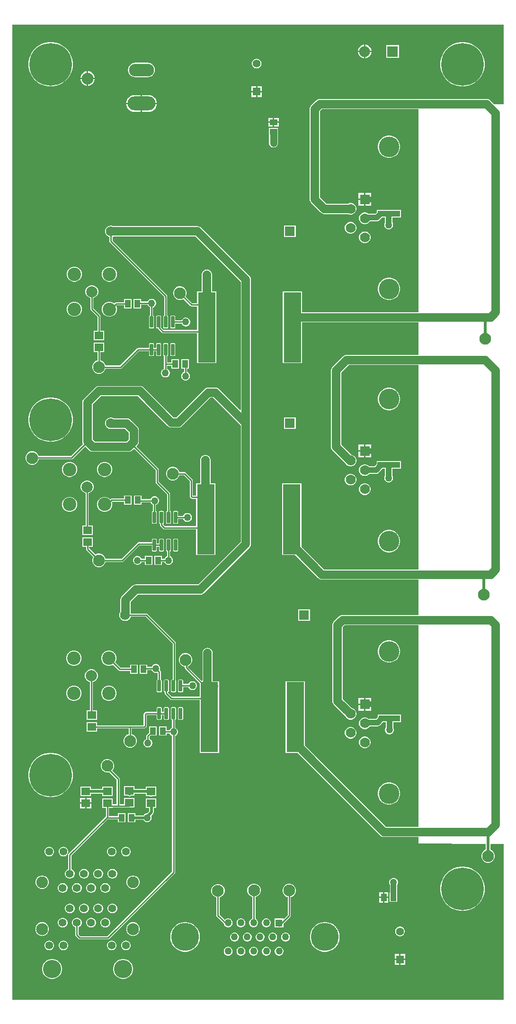
<source format=gtl>
G04*
G04 #@! TF.GenerationSoftware,Altium Limited,Altium Designer,22.2.1 (43)*
G04*
G04 Layer_Physical_Order=1*
G04 Layer_Color=255*
%FSLAX25Y25*%
%MOIN*%
G70*
G04*
G04 #@! TF.SameCoordinates,550063A1-71E6-411B-B153-969BAF3FA875*
G04*
G04*
G04 #@! TF.FilePolarity,Positive*
G04*
G01*
G75*
%ADD12C,0.01000*%
%ADD13C,0.02000*%
%ADD18R,0.04134X0.05315*%
%ADD19R,0.06102X0.05315*%
%ADD20R,0.05315X0.04134*%
%ADD21R,0.12402X0.49213*%
G04:AMPARAMS|DCode=22|XSize=77.56mil|YSize=23.62mil|CornerRadius=2.95mil|HoleSize=0mil|Usage=FLASHONLY|Rotation=270.000|XOffset=0mil|YOffset=0mil|HoleType=Round|Shape=RoundedRectangle|*
%AMROUNDEDRECTD22*
21,1,0.07756,0.01772,0,0,270.0*
21,1,0.07165,0.02362,0,0,270.0*
1,1,0.00591,-0.00886,-0.03583*
1,1,0.00591,-0.00886,0.03583*
1,1,0.00591,0.00886,0.03583*
1,1,0.00591,0.00886,-0.03583*
%
%ADD22ROUNDEDRECTD22*%
%ADD27C,0.05600*%
%ADD28R,0.05600X0.05600*%
%ADD32R,0.07000X0.07000*%
%ADD33C,0.07000*%
%ADD44R,0.07000X0.07000*%
%ADD50C,0.06000*%
%ADD51C,0.04000*%
%ADD52C,0.05000*%
%ADD53C,0.05000*%
%ADD54R,0.05000X0.05000*%
%ADD55C,0.19685*%
%ADD56C,0.03000*%
%ADD57C,0.30000*%
%ADD58O,0.19685X0.09843*%
%ADD59O,0.17717X0.08858*%
%ADD60C,0.08268*%
%ADD61C,0.05500*%
%ADD62C,0.12800*%
%ADD63C,0.08200*%
%ADD64C,0.08400*%
%ADD65C,0.14500*%
%ADD66C,0.07874*%
%ADD67C,0.09449*%
%ADD68C,0.07677*%
%ADD69R,0.07677X0.07677*%
%ADD70C,0.06000*%
G36*
X1008000Y672000D02*
X1001135D01*
X998568Y674568D01*
X997816Y675145D01*
X996940Y675507D01*
X996000Y675631D01*
X878515D01*
X877575Y675507D01*
X876699Y675145D01*
X875947Y674568D01*
X875947Y674568D01*
X872433Y671053D01*
X871855Y670301D01*
X871493Y669425D01*
X871369Y668485D01*
Y615000D01*
Y605000D01*
X871493Y604060D01*
X871855Y603185D01*
X872433Y602432D01*
X879125Y595740D01*
X879877Y595162D01*
X880753Y594800D01*
X881693Y594676D01*
X881693Y594676D01*
X898278D01*
X898606Y594487D01*
X899649Y594207D01*
X900729D01*
X901772Y594487D01*
X902706Y595026D01*
X903470Y595790D01*
X904010Y596725D01*
X904289Y597767D01*
Y598847D01*
X904010Y599890D01*
X903470Y600824D01*
X902706Y601588D01*
X901772Y602128D01*
X900729Y602407D01*
X899649D01*
X898606Y602128D01*
X898278Y601938D01*
X883197D01*
X878631Y606504D01*
Y615000D01*
Y666981D01*
X880019Y668369D01*
X948000D01*
Y525631D01*
X866112D01*
Y540206D01*
X852510D01*
Y489794D01*
X866112D01*
Y518369D01*
X948000D01*
Y495631D01*
X897500D01*
X896560Y495507D01*
X895685Y495145D01*
X894932Y494568D01*
X887432Y487068D01*
X886855Y486315D01*
X886493Y485440D01*
X886369Y484500D01*
Y471100D01*
Y430847D01*
X886493Y429907D01*
X886855Y429031D01*
X887432Y428279D01*
X896586Y419126D01*
X896586Y419126D01*
X896698Y419039D01*
X896908Y418676D01*
X897672Y417912D01*
X898606Y417372D01*
X899649Y417093D01*
X900729D01*
X901772Y417372D01*
X902706Y417912D01*
X903470Y418676D01*
X904010Y419610D01*
X904289Y420653D01*
Y421733D01*
X904010Y422776D01*
X903470Y423710D01*
X902706Y424474D01*
X901772Y425013D01*
X901229Y425159D01*
X901129Y425200D01*
X901022Y425214D01*
X900729Y425293D01*
X900689D01*
X893631Y432350D01*
Y471100D01*
Y482996D01*
X899004Y488369D01*
X948000D01*
Y344631D01*
X881504D01*
X865517Y360618D01*
Y405206D01*
X851916D01*
Y354794D01*
X861071D01*
X877432Y338433D01*
X877433Y338433D01*
X878185Y337855D01*
X879060Y337493D01*
X880000Y337369D01*
X880000Y337369D01*
X948000D01*
Y312631D01*
X894515D01*
X893575Y312507D01*
X892699Y312145D01*
X891947Y311567D01*
X891947Y311567D01*
X888433Y308053D01*
X887855Y307301D01*
X887493Y306425D01*
X887369Y305485D01*
Y251997D01*
X887493Y251057D01*
X887855Y250182D01*
X888433Y249430D01*
X896372Y241490D01*
X896908Y240561D01*
X897672Y239798D01*
X898606Y239258D01*
X899649Y238979D01*
X900729D01*
X901772Y239258D01*
X902706Y239798D01*
X903470Y240561D01*
X904010Y241496D01*
X904289Y242539D01*
Y243618D01*
X904010Y244661D01*
X903470Y245596D01*
X902706Y246360D01*
X901772Y246899D01*
X901036Y247096D01*
X894631Y253501D01*
Y303981D01*
X896019Y305369D01*
X948000D01*
Y163631D01*
X925110D01*
X880670Y208070D01*
X880670Y208070D01*
X868012Y220729D01*
Y266006D01*
X854410D01*
Y215594D01*
X862877D01*
X875535Y202935D01*
X875535Y202935D01*
X921038Y157432D01*
X921790Y156855D01*
X922666Y156493D01*
X923606Y156369D01*
X948000D01*
Y152000D01*
X995369Y151540D01*
Y147464D01*
X995173Y147411D01*
X994093Y146788D01*
X993212Y145907D01*
X992589Y144827D01*
X992266Y143623D01*
Y142377D01*
X992589Y141173D01*
X993212Y140093D01*
X994093Y139212D01*
X995173Y138589D01*
X996377Y138266D01*
X997623D01*
X998827Y138589D01*
X999907Y139212D01*
X1000788Y140093D01*
X1001411Y141173D01*
X1001734Y142377D01*
Y143623D01*
X1001411Y144827D01*
X1000788Y145907D01*
X999907Y146788D01*
X998827Y147411D01*
X998631Y147464D01*
Y151153D01*
X998987Y151505D01*
X1008000Y151418D01*
Y42000D01*
X662000D01*
Y728000D01*
X1008000D01*
Y672000D01*
D02*
G37*
%LPC*%
G36*
X910795Y713839D02*
X910657D01*
Y709500D01*
X914996D01*
Y709637D01*
X914666Y710868D01*
X914029Y711971D01*
X913128Y712872D01*
X912025Y713509D01*
X910795Y713839D01*
D02*
G37*
G36*
X909657D02*
X909521D01*
X908290Y713509D01*
X907187Y712872D01*
X906286Y711971D01*
X905649Y710868D01*
X905319Y709637D01*
Y709500D01*
X909657D01*
Y713839D01*
D02*
G37*
G36*
X934281Y713439D02*
X925404D01*
Y704561D01*
X934281D01*
Y713439D01*
D02*
G37*
G36*
X914996Y708500D02*
X910657D01*
Y704161D01*
X910795D01*
X912025Y704491D01*
X913128Y705128D01*
X914029Y706029D01*
X914666Y707132D01*
X914996Y708363D01*
Y708500D01*
D02*
G37*
G36*
X909657D02*
X905319D01*
Y708363D01*
X905649Y707132D01*
X906286Y706029D01*
X907187Y705128D01*
X908290Y704491D01*
X909521Y704161D01*
X909657D01*
Y708500D01*
D02*
G37*
G36*
X834479Y703900D02*
X833584D01*
X832719Y703668D01*
X831944Y703221D01*
X831311Y702588D01*
X830863Y701812D01*
X830632Y700948D01*
Y700052D01*
X830863Y699188D01*
X831311Y698412D01*
X831944Y697779D01*
X832719Y697332D01*
X833584Y697100D01*
X834479D01*
X835344Y697332D01*
X836119Y697779D01*
X836752Y698412D01*
X837200Y699188D01*
X837432Y700052D01*
Y700948D01*
X837200Y701812D01*
X836752Y702588D01*
X836119Y703221D01*
X835344Y703668D01*
X834479Y703900D01*
D02*
G37*
G36*
X757429Y701073D02*
X748571D01*
X747258Y700900D01*
X746035Y700393D01*
X744984Y699587D01*
X744178Y698536D01*
X743671Y697313D01*
X743498Y696000D01*
X743671Y694687D01*
X744178Y693464D01*
X744984Y692413D01*
X746035Y691607D01*
X747258Y691100D01*
X748571Y690928D01*
X757429D01*
X758742Y691100D01*
X759965Y691607D01*
X761016Y692413D01*
X761822Y693464D01*
X762329Y694687D01*
X762502Y696000D01*
X762329Y697313D01*
X761822Y698536D01*
X761016Y699587D01*
X759965Y700393D01*
X758742Y700900D01*
X757429Y701073D01*
D02*
G37*
G36*
X715676Y695134D02*
X715500D01*
Y690500D01*
X720134D01*
Y690676D01*
X719784Y691982D01*
X719108Y693152D01*
X718152Y694108D01*
X716982Y694784D01*
X715676Y695134D01*
D02*
G37*
G36*
X714500D02*
X714324D01*
X713018Y694784D01*
X711848Y694108D01*
X710892Y693152D01*
X710216Y691982D01*
X709866Y690676D01*
Y690500D01*
X714500D01*
Y695134D01*
D02*
G37*
G36*
X720134Y689500D02*
X715500D01*
Y684866D01*
X715676D01*
X716982Y685216D01*
X718152Y685892D01*
X719108Y686848D01*
X719784Y688018D01*
X720134Y689324D01*
Y689500D01*
D02*
G37*
G36*
X714500D02*
X709866D01*
Y689324D01*
X710216Y688018D01*
X710892Y686848D01*
X711848Y685892D01*
X713018Y685216D01*
X714324Y684866D01*
X714500D01*
Y689500D01*
D02*
G37*
G36*
X980228Y715600D02*
X977772D01*
X975347Y715216D01*
X973012Y714457D01*
X970824Y713342D01*
X968837Y711899D01*
X967101Y710163D01*
X965658Y708176D01*
X964543Y705988D01*
X963784Y703653D01*
X963400Y701228D01*
Y698772D01*
X963784Y696347D01*
X964543Y694012D01*
X965658Y691824D01*
X967101Y689837D01*
X968837Y688101D01*
X970824Y686658D01*
X973012Y685543D01*
X975347Y684784D01*
X977772Y684400D01*
X980228D01*
X982653Y684784D01*
X984988Y685543D01*
X987176Y686658D01*
X989163Y688101D01*
X990899Y689837D01*
X992342Y691824D01*
X993457Y694012D01*
X994216Y696347D01*
X994600Y698772D01*
Y701228D01*
X994216Y703653D01*
X993457Y705988D01*
X992342Y708176D01*
X990899Y710163D01*
X989163Y711899D01*
X987176Y713342D01*
X984988Y714457D01*
X982653Y715216D01*
X980228Y715600D01*
D02*
G37*
G36*
X690228D02*
X687772D01*
X685347Y715216D01*
X683012Y714457D01*
X680824Y713342D01*
X678837Y711899D01*
X677101Y710163D01*
X675658Y708176D01*
X674543Y705988D01*
X673784Y703653D01*
X673400Y701228D01*
Y698772D01*
X673784Y696347D01*
X674543Y694012D01*
X675658Y691824D01*
X677101Y689837D01*
X678837Y688101D01*
X680824Y686658D01*
X683012Y685543D01*
X685347Y684784D01*
X687772Y684400D01*
X690228D01*
X692653Y684784D01*
X694988Y685543D01*
X697176Y686658D01*
X699163Y688101D01*
X700899Y689837D01*
X702342Y691824D01*
X703457Y694012D01*
X704216Y696347D01*
X704600Y698772D01*
Y701228D01*
X704216Y703653D01*
X703457Y705988D01*
X702342Y708176D01*
X700899Y710163D01*
X699163Y711899D01*
X697176Y713342D01*
X694988Y714457D01*
X692653Y715216D01*
X690228Y715600D01*
D02*
G37*
G36*
X837831Y684600D02*
X834531D01*
Y681300D01*
X837831D01*
Y684600D01*
D02*
G37*
G36*
X833531D02*
X830231D01*
Y681300D01*
X833531D01*
Y684600D01*
D02*
G37*
G36*
X837831Y680300D02*
X834531D01*
Y677000D01*
X837831D01*
Y680300D01*
D02*
G37*
G36*
X833531D02*
X830231D01*
Y677000D01*
X833531D01*
Y680300D01*
D02*
G37*
G36*
X757921Y678328D02*
X753500D01*
Y672878D01*
X763822D01*
X763757Y673539D01*
X763418Y674655D01*
X762868Y675683D01*
X762128Y676585D01*
X761227Y677325D01*
X760198Y677875D01*
X759082Y678214D01*
X757921Y678328D01*
D02*
G37*
G36*
X752500D02*
X748079D01*
X746918Y678214D01*
X745802Y677875D01*
X744773Y677325D01*
X743871Y676585D01*
X743132Y675683D01*
X742582Y674655D01*
X742243Y673539D01*
X742178Y672878D01*
X752500D01*
Y678328D01*
D02*
G37*
G36*
X763822Y671878D02*
X753500D01*
Y666428D01*
X757921D01*
X759082Y666542D01*
X760198Y666881D01*
X761227Y667431D01*
X762128Y668171D01*
X762868Y669072D01*
X763418Y670101D01*
X763757Y671217D01*
X763822Y671878D01*
D02*
G37*
G36*
X752500D02*
X742178D01*
X742243Y671217D01*
X742582Y670101D01*
X743132Y669072D01*
X743871Y668171D01*
X744773Y667431D01*
X745802Y666881D01*
X746918Y666542D01*
X748079Y666428D01*
X752500D01*
Y671878D01*
D02*
G37*
G36*
X849557Y662312D02*
X846400D01*
Y659745D01*
X849557D01*
Y662312D01*
D02*
G37*
G36*
X845400D02*
X842243D01*
Y659745D01*
X845400D01*
Y662312D01*
D02*
G37*
G36*
X849557Y658745D02*
X846400D01*
Y656178D01*
X849557D01*
Y658745D01*
D02*
G37*
G36*
X845400D02*
X842243D01*
Y656178D01*
X845400D01*
Y658745D01*
D02*
G37*
G36*
X849158Y655022D02*
X842642D01*
Y649688D01*
X842731D01*
Y644500D01*
X842758Y644297D01*
Y644092D01*
X842811Y643894D01*
X842837Y643691D01*
X842916Y643501D01*
X842969Y643303D01*
X843071Y643126D01*
X843150Y642937D01*
X843274Y642774D01*
X843377Y642597D01*
X843522Y642452D01*
X843647Y642289D01*
X843809Y642164D01*
X843954Y642019D01*
X844131Y641917D01*
X844294Y641792D01*
X844483Y641714D01*
X844661Y641611D01*
X844859Y641558D01*
X845048Y641480D01*
X845251Y641453D01*
X845449Y641400D01*
X845654D01*
X845858Y641373D01*
X846061Y641400D01*
X846266D01*
X846464Y641453D01*
X846667Y641480D01*
X846856Y641558D01*
X847054Y641611D01*
X847231Y641714D01*
X847421Y641792D01*
X847583Y641917D01*
X847761Y642019D01*
X847906Y642164D01*
X848068Y642289D01*
X848193Y642452D01*
X848338Y642597D01*
X848441Y642774D01*
X848565Y642937D01*
X848644Y643126D01*
X848746Y643303D01*
X848799Y643501D01*
X848878Y643691D01*
X848904Y643894D01*
X848958Y644092D01*
Y644297D01*
X848984Y644500D01*
Y649688D01*
X849158D01*
Y655022D01*
D02*
G37*
G36*
X927962Y649850D02*
X926416D01*
X924899Y649548D01*
X923471Y648957D01*
X922185Y648098D01*
X921091Y647004D01*
X920232Y645718D01*
X919641Y644290D01*
X919339Y642773D01*
Y641227D01*
X919641Y639710D01*
X920232Y638282D01*
X921091Y636996D01*
X922185Y635903D01*
X923471Y635043D01*
X924899Y634452D01*
X926416Y634150D01*
X927962D01*
X929479Y634452D01*
X930907Y635043D01*
X932193Y635903D01*
X933286Y636996D01*
X934146Y638282D01*
X934737Y639710D01*
X935039Y641227D01*
Y642773D01*
X934737Y644290D01*
X934146Y645718D01*
X933286Y647004D01*
X932193Y648098D01*
X930907Y648957D01*
X929479Y649548D01*
X927962Y649850D01*
D02*
G37*
G36*
X909689Y609500D02*
X905689D01*
Y605500D01*
X909689D01*
Y609500D01*
D02*
G37*
G36*
X914689D02*
X910689D01*
Y605000D01*
Y600500D01*
X914689D01*
Y607622D01*
Y609500D01*
D02*
G37*
G36*
X909689Y604500D02*
X905689D01*
Y600500D01*
X909689D01*
Y604500D01*
D02*
G37*
G36*
X925257Y597622D02*
X918742D01*
Y595997D01*
X917556Y594811D01*
X912791D01*
X912706Y594895D01*
X911771Y595435D01*
X910729Y595714D01*
X909649D01*
X908606Y595435D01*
X907672Y594895D01*
X906908Y594132D01*
X906368Y593197D01*
X906089Y592154D01*
Y591074D01*
X906368Y590032D01*
X906908Y589097D01*
X907672Y588333D01*
X908606Y587794D01*
X909649Y587514D01*
X910729D01*
X911771Y587794D01*
X912706Y588333D01*
X913470Y589097D01*
X913741Y589566D01*
X918642D01*
X918643Y589566D01*
X919321Y589655D01*
X919954Y589917D01*
X920497Y590334D01*
X922451Y592288D01*
X924282D01*
Y588493D01*
X924111Y588197D01*
X923900Y587408D01*
Y586592D01*
X924111Y585803D01*
X924519Y585097D01*
X925097Y584519D01*
X925803Y584111D01*
X926592Y583900D01*
X927408D01*
X928197Y584111D01*
X928903Y584519D01*
X929481Y585097D01*
X929889Y585803D01*
X930100Y586592D01*
Y587408D01*
X929889Y588197D01*
X929527Y588823D01*
Y592188D01*
X935758D01*
Y597522D01*
X932231D01*
X931809Y597578D01*
X931809Y597578D01*
X925257D01*
Y597622D01*
D02*
G37*
G36*
X900729Y589021D02*
X899649D01*
X898606Y588742D01*
X897672Y588202D01*
X896908Y587439D01*
X896368Y586504D01*
X896089Y585461D01*
Y584381D01*
X896368Y583339D01*
X896908Y582404D01*
X897672Y581640D01*
X898606Y581101D01*
X899649Y580821D01*
X900729D01*
X901772Y581101D01*
X902706Y581640D01*
X903470Y582404D01*
X904010Y583339D01*
X904289Y584381D01*
Y585461D01*
X904010Y586504D01*
X903470Y587439D01*
X902706Y588202D01*
X901772Y588742D01*
X900729Y589021D01*
D02*
G37*
G36*
X861600Y586600D02*
X853400D01*
Y578400D01*
X861600D01*
Y586600D01*
D02*
G37*
G36*
X910729Y582328D02*
X909649D01*
X908606Y582049D01*
X907672Y581509D01*
X906908Y580746D01*
X906368Y579811D01*
X906089Y578768D01*
Y577689D01*
X906368Y576646D01*
X906908Y575711D01*
X907672Y574948D01*
X908606Y574408D01*
X909649Y574128D01*
X910729D01*
X911771Y574408D01*
X912706Y574948D01*
X913470Y575711D01*
X914010Y576646D01*
X914289Y577689D01*
Y578768D01*
X914010Y579811D01*
X913470Y580746D01*
X912706Y581509D01*
X911771Y582049D01*
X910729Y582328D01*
D02*
G37*
G36*
X731024Y557647D02*
X729622D01*
X728268Y557284D01*
X727054Y556583D01*
X726062Y555592D01*
X725361Y554378D01*
X724998Y553024D01*
Y551622D01*
X725361Y550268D01*
X726062Y549054D01*
X727054Y548062D01*
X728268Y547361D01*
X729622Y546998D01*
X731024D01*
X732378Y547361D01*
X733592Y548062D01*
X734583Y549054D01*
X735284Y550268D01*
X735647Y551622D01*
Y553024D01*
X735284Y554378D01*
X734583Y555592D01*
X733592Y556583D01*
X732378Y557284D01*
X731024Y557647D01*
D02*
G37*
G36*
X706378D02*
X704976D01*
X703622Y557284D01*
X702408Y556583D01*
X701417Y555592D01*
X700716Y554378D01*
X700353Y553024D01*
Y551622D01*
X700716Y550268D01*
X701417Y549054D01*
X702408Y548062D01*
X703622Y547361D01*
X704976Y546998D01*
X706378D01*
X707732Y547361D01*
X708946Y548062D01*
X709938Y549054D01*
X710639Y550268D01*
X711002Y551622D01*
Y553024D01*
X710639Y554378D01*
X709938Y555592D01*
X708946Y556583D01*
X707732Y557284D01*
X706378Y557647D01*
D02*
G37*
G36*
X927962Y549850D02*
X926416D01*
X924899Y549548D01*
X923471Y548957D01*
X922185Y548098D01*
X921091Y547004D01*
X920232Y545718D01*
X919641Y544290D01*
X919339Y542773D01*
Y541227D01*
X919641Y539710D01*
X920232Y538282D01*
X921091Y536996D01*
X922185Y535903D01*
X923471Y535043D01*
X924899Y534452D01*
X926416Y534150D01*
X927962D01*
X929479Y534452D01*
X930907Y535043D01*
X932193Y535903D01*
X933286Y536996D01*
X934146Y538282D01*
X934737Y539710D01*
X935039Y541227D01*
Y542773D01*
X934737Y544290D01*
X934146Y545718D01*
X933286Y547004D01*
X932193Y548098D01*
X930907Y548957D01*
X929479Y549548D01*
X927962Y549850D01*
D02*
G37*
G36*
X760508Y535000D02*
X759692D01*
X758903Y534789D01*
X758197Y534381D01*
X757619Y533803D01*
X757211Y533097D01*
X757191Y533022D01*
X752812D01*
Y534758D01*
X747478D01*
Y528242D01*
X752812D01*
Y530778D01*
X757191D01*
X757211Y530703D01*
X757619Y529997D01*
X758197Y529419D01*
X758878Y529026D01*
Y523173D01*
X758765Y523150D01*
X758469Y522953D01*
X758271Y522656D01*
X758201Y522307D01*
Y515142D01*
X758271Y514792D01*
X758469Y514496D01*
X758765Y514298D01*
X759114Y514229D01*
X760886D01*
X761235Y514298D01*
X761531Y514496D01*
X761729Y514792D01*
X761799Y515142D01*
Y522307D01*
X761729Y522656D01*
X761531Y522953D01*
X761235Y523150D01*
X761122Y523173D01*
Y528964D01*
X761297Y529011D01*
X762003Y529419D01*
X762581Y529997D01*
X762989Y530703D01*
X763200Y531492D01*
Y532308D01*
X762989Y533097D01*
X762581Y533803D01*
X762003Y534381D01*
X761297Y534789D01*
X760508Y535000D01*
D02*
G37*
G36*
X745922Y534758D02*
X740588D01*
Y532622D01*
X735188D01*
X735188Y532622D01*
X734759Y532536D01*
X734395Y532293D01*
X734395Y532293D01*
X733816Y531714D01*
X733592Y531938D01*
X732378Y532639D01*
X731024Y533002D01*
X729622D01*
X728268Y532639D01*
X727054Y531938D01*
X726062Y530946D01*
X725361Y529732D01*
X724998Y528378D01*
Y526976D01*
X725361Y525622D01*
X726062Y524408D01*
X727054Y523417D01*
X728268Y522716D01*
X729622Y522353D01*
X731024D01*
X732378Y522716D01*
X733592Y523417D01*
X734583Y524408D01*
X735284Y525622D01*
X735647Y526976D01*
Y528378D01*
X735284Y529732D01*
X735183Y529908D01*
X735653Y530378D01*
X740588D01*
Y528242D01*
X745922D01*
Y534758D01*
D02*
G37*
G36*
X799000Y555631D02*
X798764Y555600D01*
X798526D01*
X798296Y555538D01*
X798060Y555507D01*
X797840Y555416D01*
X797611Y555355D01*
X797404Y555236D01*
X797185Y555145D01*
X796996Y555000D01*
X796790Y554881D01*
X796621Y554712D01*
X796432Y554568D01*
X796288Y554379D01*
X796119Y554211D01*
X796000Y554004D01*
X795855Y553816D01*
X795764Y553596D01*
X795645Y553390D01*
X795584Y553160D01*
X795493Y552940D01*
X795462Y552704D01*
X795400Y552474D01*
Y552236D01*
X795369Y552000D01*
Y540206D01*
X792077D01*
Y531922D01*
X788665D01*
X784046Y536540D01*
X784411Y537173D01*
X784734Y538377D01*
Y539623D01*
X784411Y540827D01*
X783788Y541907D01*
X782907Y542788D01*
X781827Y543411D01*
X780623Y543734D01*
X779377D01*
X778173Y543411D01*
X777093Y542788D01*
X776212Y541907D01*
X775589Y540827D01*
X775266Y539623D01*
Y538377D01*
X775589Y537173D01*
X776212Y536093D01*
X777093Y535212D01*
X778173Y534589D01*
X779377Y534266D01*
X780623D01*
X781827Y534589D01*
X782460Y534954D01*
X787407Y530007D01*
X787407Y530007D01*
X787771Y529764D01*
X788200Y529678D01*
X788200Y529678D01*
X792077D01*
Y513122D01*
X768465D01*
X766763Y514823D01*
Y514963D01*
X766799Y515142D01*
Y522307D01*
X766729Y522656D01*
X766531Y522953D01*
X766235Y523150D01*
X765886Y523220D01*
X764114D01*
X763765Y523150D01*
X763469Y522953D01*
X763271Y522656D01*
X763201Y522307D01*
Y515142D01*
X763271Y514792D01*
X763469Y514496D01*
X763765Y514298D01*
X764114Y514229D01*
X764546D01*
X764605Y513929D01*
X764848Y513565D01*
X767207Y511207D01*
X767207Y511207D01*
X767571Y510964D01*
X768000Y510878D01*
X768000Y510878D01*
X792077D01*
Y489794D01*
X805679D01*
Y540206D01*
X802631D01*
Y552000D01*
X802600Y552236D01*
Y552474D01*
X802538Y552704D01*
X802507Y552940D01*
X802416Y553160D01*
X802355Y553390D01*
X802236Y553596D01*
X802145Y553816D01*
X802000Y554004D01*
X801881Y554211D01*
X801712Y554379D01*
X801568Y554568D01*
X801379Y554712D01*
X801210Y554881D01*
X801004Y555000D01*
X800815Y555145D01*
X800596Y555236D01*
X800389Y555355D01*
X800160Y555416D01*
X799940Y555507D01*
X799704Y555538D01*
X799474Y555600D01*
X799236D01*
X799000Y555631D01*
D02*
G37*
G36*
X706378Y533002D02*
X704976D01*
X703622Y532639D01*
X702408Y531938D01*
X701417Y530946D01*
X700716Y529732D01*
X700353Y528378D01*
Y526976D01*
X700716Y525622D01*
X701417Y524408D01*
X702408Y523417D01*
X703622Y522716D01*
X704976Y522353D01*
X706378D01*
X707732Y522716D01*
X708946Y523417D01*
X709938Y524408D01*
X710639Y525622D01*
X711002Y526976D01*
Y528378D01*
X710639Y529732D01*
X709938Y530946D01*
X708946Y531938D01*
X707732Y532639D01*
X706378Y533002D01*
D02*
G37*
G36*
X775886Y523220D02*
X774114D01*
X773765Y523150D01*
X773469Y522953D01*
X773271Y522656D01*
X773201Y522307D01*
Y515142D01*
X773271Y514792D01*
X773469Y514496D01*
X773765Y514298D01*
X774114Y514229D01*
X775886D01*
X776235Y514298D01*
X776531Y514496D01*
X776729Y514792D01*
X776799Y515142D01*
Y517578D01*
X781191D01*
X781211Y517503D01*
X781619Y516797D01*
X782197Y516219D01*
X782903Y515811D01*
X783692Y515600D01*
X784508D01*
X785297Y515811D01*
X786003Y516219D01*
X786581Y516797D01*
X786989Y517503D01*
X787200Y518292D01*
Y519108D01*
X786989Y519897D01*
X786581Y520603D01*
X786003Y521181D01*
X785297Y521589D01*
X784508Y521800D01*
X783692D01*
X782903Y521589D01*
X782197Y521181D01*
X781619Y520603D01*
X781211Y519897D01*
X781191Y519822D01*
X776799D01*
Y522307D01*
X776729Y522656D01*
X776531Y522953D01*
X776235Y523150D01*
X775886Y523220D01*
D02*
G37*
G36*
X718597Y544537D02*
X717403D01*
X716249Y544228D01*
X715214Y543631D01*
X714369Y542786D01*
X713772Y541751D01*
X713463Y540597D01*
Y539403D01*
X713772Y538249D01*
X714369Y537214D01*
X715214Y536370D01*
X716249Y535772D01*
X716878Y535604D01*
Y528000D01*
X716878Y528000D01*
X716964Y527571D01*
X717207Y527207D01*
X721878Y522535D01*
Y512391D01*
X719349D01*
Y505876D01*
X726651D01*
Y512391D01*
X724122D01*
Y523000D01*
X724122Y523000D01*
X724036Y523429D01*
X723793Y523793D01*
X723793Y523793D01*
X719122Y528465D01*
Y535604D01*
X719751Y535772D01*
X720786Y536370D01*
X721630Y537214D01*
X722228Y538249D01*
X722537Y539403D01*
Y540597D01*
X722228Y541751D01*
X721630Y542786D01*
X720786Y543631D01*
X719751Y544228D01*
X718597Y544537D01*
D02*
G37*
G36*
X775886Y503771D02*
X774114D01*
X773765Y503702D01*
X773469Y503504D01*
X773271Y503208D01*
X773201Y502858D01*
Y495693D01*
X773271Y495344D01*
X773469Y495048D01*
X773765Y494850D01*
X774114Y494780D01*
X775886D01*
X776235Y494850D01*
X776531Y495048D01*
X776729Y495344D01*
X776799Y495693D01*
Y502858D01*
X776729Y503208D01*
X776531Y503504D01*
X776235Y503702D01*
X775886Y503771D01*
D02*
G37*
G36*
X726651Y504124D02*
X719349D01*
Y497609D01*
X721878D01*
Y491600D01*
X721173Y491411D01*
X720093Y490788D01*
X719212Y489907D01*
X718589Y488827D01*
X718266Y487623D01*
Y486377D01*
X718589Y485173D01*
X719212Y484093D01*
X720093Y483212D01*
X721173Y482589D01*
X722377Y482266D01*
X723623D01*
X724827Y482589D01*
X725907Y483212D01*
X726788Y484093D01*
X727411Y485173D01*
X727600Y485878D01*
X738346D01*
X738346Y485878D01*
X738776Y485964D01*
X739140Y486207D01*
X751087Y498154D01*
X758201D01*
Y495693D01*
X758271Y495344D01*
X758469Y495048D01*
X758765Y494850D01*
X759114Y494780D01*
X760886D01*
X761235Y494850D01*
X761531Y495048D01*
X761729Y495344D01*
X761799Y495693D01*
Y498154D01*
X763201D01*
Y495693D01*
X763271Y495344D01*
X763469Y495048D01*
X763765Y494850D01*
X764114Y494780D01*
X765886D01*
X766235Y494850D01*
X766531Y495048D01*
X766729Y495344D01*
X766799Y495693D01*
Y502858D01*
X766729Y503208D01*
X766531Y503504D01*
X766235Y503702D01*
X765886Y503771D01*
X764114D01*
X763765Y503702D01*
X763469Y503504D01*
X763271Y503208D01*
X763201Y502858D01*
Y500397D01*
X761799D01*
Y502858D01*
X761729Y503208D01*
X761531Y503504D01*
X761235Y503702D01*
X760886Y503771D01*
X759114D01*
X758765Y503702D01*
X758469Y503504D01*
X758271Y503208D01*
X758201Y502858D01*
Y500397D01*
X750622D01*
X750622Y500397D01*
X750193Y500312D01*
X749829Y500069D01*
X749829Y500069D01*
X737882Y488122D01*
X727600D01*
X727411Y488827D01*
X726788Y489907D01*
X725907Y490788D01*
X724827Y491411D01*
X724122Y491600D01*
Y497609D01*
X726651D01*
Y504124D01*
D02*
G37*
G36*
X770886Y503771D02*
X769114D01*
X768765Y503702D01*
X768469Y503504D01*
X768271Y503208D01*
X768201Y502858D01*
Y495693D01*
X768271Y495344D01*
X768469Y495048D01*
X768765Y494850D01*
X768778Y494847D01*
Y489100D01*
Y485736D01*
X768603Y485689D01*
X767897Y485281D01*
X767319Y484703D01*
X766911Y483997D01*
X766700Y483208D01*
Y482392D01*
X766911Y481603D01*
X767319Y480897D01*
X767897Y480319D01*
X768603Y479911D01*
X769392Y479700D01*
X770208D01*
X770997Y479911D01*
X771703Y480319D01*
X772281Y480897D01*
X772689Y481603D01*
X772900Y482392D01*
Y483208D01*
X772689Y483997D01*
X772281Y484703D01*
X771703Y485281D01*
X771022Y485674D01*
Y487978D01*
X774088D01*
Y485843D01*
X779422D01*
Y492357D01*
X774088D01*
Y490222D01*
X771022D01*
Y494807D01*
X771235Y494850D01*
X771531Y495048D01*
X771729Y495344D01*
X771799Y495693D01*
Y502858D01*
X771729Y503208D01*
X771531Y503504D01*
X771235Y503702D01*
X770886Y503771D01*
D02*
G37*
G36*
X786312Y492357D02*
X780978D01*
Y485843D01*
X782878D01*
Y483509D01*
X782803Y483489D01*
X782097Y483081D01*
X781519Y482503D01*
X781111Y481797D01*
X780900Y481008D01*
Y480192D01*
X781111Y479403D01*
X781519Y478697D01*
X782097Y478119D01*
X782803Y477711D01*
X783592Y477500D01*
X784408D01*
X785197Y477711D01*
X785903Y478119D01*
X786481Y478697D01*
X786889Y479403D01*
X787100Y480192D01*
Y481008D01*
X786889Y481797D01*
X786481Y482503D01*
X785903Y483081D01*
X785197Y483489D01*
X785122Y483509D01*
Y485843D01*
X786312D01*
Y492357D01*
D02*
G37*
G36*
X732040Y586600D02*
X730960D01*
X729917Y586321D01*
X728982Y585781D01*
X728219Y585017D01*
X727679Y584083D01*
X727400Y583040D01*
Y581960D01*
X727679Y580918D01*
X728219Y579983D01*
X728982Y579219D01*
X729917Y578679D01*
X730378Y578556D01*
Y575500D01*
X730378Y575500D01*
X730464Y575071D01*
X730707Y574707D01*
X768878Y536535D01*
Y523173D01*
X768765Y523150D01*
X768469Y522953D01*
X768271Y522656D01*
X768201Y522307D01*
Y515142D01*
X768271Y514792D01*
X768469Y514496D01*
X768765Y514298D01*
X769114Y514229D01*
X770886D01*
X771235Y514298D01*
X771531Y514496D01*
X771729Y514792D01*
X771799Y515142D01*
Y522307D01*
X771729Y522656D01*
X771531Y522953D01*
X771235Y523150D01*
X771122Y523173D01*
Y537000D01*
X771036Y537429D01*
X770793Y537793D01*
X770793Y537793D01*
X732622Y575965D01*
Y578556D01*
X733082Y578679D01*
X733411Y578869D01*
X790996D01*
X822869Y546996D01*
Y456919D01*
X822407Y456728D01*
X807568Y471568D01*
X806816Y472145D01*
X805940Y472507D01*
X805000Y472631D01*
X800000D01*
X799060Y472507D01*
X798184Y472145D01*
X797432Y471568D01*
X777481Y451616D01*
X775519D01*
X754553Y472582D01*
X753801Y473159D01*
X752925Y473522D01*
X751985Y473646D01*
X723000D01*
X723000Y473646D01*
X722060Y473522D01*
X721184Y473159D01*
X720432Y472582D01*
X712481Y464631D01*
X712418Y464582D01*
X711841Y463830D01*
X711478Y462955D01*
X711354Y462015D01*
X711369Y461903D01*
Y434515D01*
X711493Y433575D01*
X711780Y432881D01*
X703345Y424446D01*
X680513D01*
X680411Y424827D01*
X679788Y425907D01*
X678907Y426788D01*
X677827Y427411D01*
X676623Y427734D01*
X675377D01*
X674173Y427411D01*
X673093Y426788D01*
X672212Y425907D01*
X671589Y424827D01*
X671266Y423623D01*
Y422377D01*
X671589Y421173D01*
X672212Y420093D01*
X673093Y419212D01*
X674173Y418589D01*
X675377Y418266D01*
X676623D01*
X677827Y418589D01*
X678907Y419212D01*
X679788Y420093D01*
X680411Y421173D01*
X680687Y422203D01*
X703810D01*
X703810Y422203D01*
X704239Y422288D01*
X704603Y422531D01*
X713226Y431154D01*
X715947Y428433D01*
X715947Y428432D01*
X716699Y427855D01*
X717575Y427493D01*
X718515Y427369D01*
X744000D01*
X744940Y427493D01*
X745816Y427855D01*
X746568Y428432D01*
X747775Y429639D01*
X762878Y414535D01*
Y406000D01*
X762878Y406000D01*
X762964Y405571D01*
X763207Y405207D01*
X770878Y397535D01*
Y385673D01*
X770765Y385650D01*
X770469Y385453D01*
X770271Y385156D01*
X770201Y384807D01*
Y377642D01*
X770271Y377292D01*
X770469Y376996D01*
X770765Y376798D01*
X771114Y376729D01*
X772886D01*
X773235Y376798D01*
X773531Y376996D01*
X773729Y377292D01*
X773799Y377642D01*
Y384807D01*
X773729Y385156D01*
X773531Y385453D01*
X773235Y385650D01*
X773122Y385673D01*
Y398000D01*
X773122Y398000D01*
X773036Y398429D01*
X772793Y398793D01*
X772793Y398793D01*
X765122Y406465D01*
Y415000D01*
X765122Y415000D01*
X765036Y415429D01*
X764793Y415793D01*
X764793Y415793D01*
X749361Y431225D01*
X750082Y431947D01*
X750659Y432699D01*
X751022Y433575D01*
X751146Y434515D01*
Y442485D01*
X751022Y443425D01*
X750659Y444301D01*
X750082Y445053D01*
X750082Y445053D01*
X745259Y449876D01*
X744507Y450453D01*
X743631Y450816D01*
X742691Y450940D01*
X733742D01*
X733082Y451321D01*
X732040Y451600D01*
X730960D01*
X729917Y451321D01*
X728982Y450781D01*
X728219Y450017D01*
X727679Y449083D01*
X727400Y448040D01*
Y446960D01*
X727679Y445918D01*
X728219Y444982D01*
X728982Y444219D01*
X729917Y443679D01*
X730960Y443400D01*
X732040D01*
X733076Y443678D01*
X741187D01*
X743884Y440981D01*
Y436019D01*
X743432Y435568D01*
X743432Y435568D01*
X742496Y434631D01*
X720019D01*
X718631Y436019D01*
Y460511D01*
X724504Y466384D01*
X750481D01*
X771447Y445418D01*
X772199Y444841D01*
X773075Y444478D01*
X774015Y444354D01*
X778985D01*
X779925Y444478D01*
X780801Y444841D01*
X781553Y445418D01*
X801504Y465369D01*
X803496D01*
X822869Y445996D01*
Y364004D01*
X792996Y334131D01*
X749000D01*
X748060Y334007D01*
X747185Y333645D01*
X746432Y333067D01*
X739124Y325759D01*
X738547Y325007D01*
X738184Y324131D01*
X738060Y323191D01*
Y314742D01*
X737679Y314083D01*
X737400Y313040D01*
Y311960D01*
X737679Y310917D01*
X738219Y309982D01*
X738982Y309219D01*
X739918Y308679D01*
X740960Y308400D01*
X742040D01*
X743083Y308679D01*
X744018Y309219D01*
X744781Y309982D01*
X745321Y310917D01*
X745444Y311379D01*
X756035D01*
X774878Y292535D01*
Y267220D01*
X774614D01*
X774265Y267150D01*
X773969Y266952D01*
X773771Y266656D01*
X773701Y266307D01*
Y259142D01*
X773771Y258792D01*
X773969Y258496D01*
X774265Y258298D01*
X774614Y258229D01*
X776386D01*
X776735Y258298D01*
X777031Y258496D01*
X777229Y258792D01*
X777299Y259142D01*
Y266307D01*
X777229Y266656D01*
X777122Y266817D01*
Y293000D01*
X777036Y293429D01*
X776793Y293793D01*
X776793Y293793D01*
X757293Y313293D01*
X756929Y313536D01*
X756500Y313622D01*
X756500Y313621D01*
X745444D01*
X745322Y314076D01*
Y321687D01*
X750504Y326869D01*
X794500D01*
X795440Y326993D01*
X796315Y327355D01*
X797068Y327933D01*
X829068Y359932D01*
X829068Y359932D01*
X829645Y360684D01*
X830007Y361560D01*
X830131Y362500D01*
Y448500D01*
Y548500D01*
X830007Y549440D01*
X829645Y550316D01*
X829068Y551068D01*
X795068Y585068D01*
X794315Y585645D01*
X793440Y586007D01*
X792500Y586131D01*
X733411D01*
X733082Y586321D01*
X732040Y586600D01*
D02*
G37*
G36*
X927962Y472350D02*
X926416D01*
X924899Y472048D01*
X923471Y471457D01*
X922185Y470598D01*
X921091Y469504D01*
X920232Y468218D01*
X919641Y466790D01*
X919339Y465273D01*
Y463727D01*
X919641Y462210D01*
X920232Y460782D01*
X921091Y459496D01*
X922185Y458402D01*
X923471Y457543D01*
X924899Y456952D01*
X926416Y456650D01*
X927962D01*
X929479Y456952D01*
X930907Y457543D01*
X932193Y458402D01*
X933286Y459496D01*
X934146Y460782D01*
X934737Y462210D01*
X935039Y463727D01*
Y465273D01*
X934737Y466790D01*
X934146Y468218D01*
X933286Y469504D01*
X932193Y470598D01*
X930907Y471457D01*
X929479Y472048D01*
X927962Y472350D01*
D02*
G37*
G36*
X861600Y451600D02*
X853400D01*
Y443400D01*
X861600D01*
Y451600D01*
D02*
G37*
G36*
X690228Y465600D02*
X687772D01*
X685347Y465216D01*
X683012Y464457D01*
X680824Y463342D01*
X678837Y461899D01*
X677101Y460163D01*
X675658Y458176D01*
X674543Y455988D01*
X673784Y453653D01*
X673400Y451228D01*
Y448772D01*
X673784Y446347D01*
X674543Y444012D01*
X675658Y441824D01*
X677101Y439837D01*
X678837Y438101D01*
X680824Y436658D01*
X683012Y435543D01*
X685347Y434784D01*
X687772Y434400D01*
X690228D01*
X692653Y434784D01*
X694988Y435543D01*
X697176Y436658D01*
X699163Y438101D01*
X700899Y439837D01*
X702342Y441824D01*
X703457Y444012D01*
X704216Y446347D01*
X704600Y448772D01*
Y451228D01*
X704216Y453653D01*
X703457Y455988D01*
X702342Y458176D01*
X700899Y460163D01*
X699163Y461899D01*
X697176Y463342D01*
X694988Y464457D01*
X692653Y465216D01*
X690228Y465600D01*
D02*
G37*
G36*
X914689Y432386D02*
X910689D01*
Y428386D01*
X914689D01*
Y430508D01*
Y432386D01*
D02*
G37*
G36*
X909689D02*
X905689D01*
Y428386D01*
X909689D01*
Y432386D01*
D02*
G37*
G36*
X914689Y427386D02*
X910689D01*
Y423386D01*
X914689D01*
Y427386D01*
D02*
G37*
G36*
X909689D02*
X905689D01*
Y423386D01*
X909689D01*
Y427386D01*
D02*
G37*
G36*
X935557Y420767D02*
X929043D01*
Y420722D01*
X926755D01*
X926755Y420722D01*
X926755Y420722D01*
X925058D01*
Y420767D01*
X918542D01*
Y418551D01*
X917114Y417122D01*
X913365D01*
X912706Y417781D01*
X911771Y418321D01*
X910729Y418600D01*
X909649D01*
X908606Y418321D01*
X907672Y417781D01*
X906908Y417018D01*
X906368Y416082D01*
X906089Y415040D01*
Y413960D01*
X906368Y412918D01*
X906908Y411982D01*
X907672Y411219D01*
X908606Y410679D01*
X909649Y410400D01*
X910729D01*
X911771Y410679D01*
X912706Y411219D01*
X913365Y411878D01*
X918200D01*
X918200Y411877D01*
X918879Y411967D01*
X919511Y412229D01*
X920054Y412646D01*
X922842Y415433D01*
X924378D01*
Y410658D01*
X924111Y410197D01*
X923900Y409408D01*
Y408592D01*
X924111Y407803D01*
X924519Y407097D01*
X925097Y406519D01*
X925803Y406111D01*
X926592Y405900D01*
X927408D01*
X928197Y406111D01*
X928903Y406519D01*
X929481Y407097D01*
X929889Y407803D01*
X930100Y408592D01*
Y409408D01*
X929889Y410197D01*
X929622Y410658D01*
Y415433D01*
X935557D01*
Y420767D01*
D02*
G37*
G36*
X727701Y420324D02*
X726299D01*
X724945Y419962D01*
X723731Y419261D01*
X722739Y418269D01*
X722038Y417055D01*
X721676Y415701D01*
Y414299D01*
X722038Y412945D01*
X722739Y411731D01*
X723731Y410739D01*
X724945Y410038D01*
X726299Y409676D01*
X727701D01*
X729055Y410038D01*
X730269Y410739D01*
X731261Y411731D01*
X731962Y412945D01*
X732324Y414299D01*
Y415701D01*
X731962Y417055D01*
X731261Y418269D01*
X730269Y419261D01*
X729055Y419962D01*
X727701Y420324D01*
D02*
G37*
G36*
X703055D02*
X701653D01*
X700299Y419962D01*
X699085Y419261D01*
X698094Y418269D01*
X697393Y417055D01*
X697030Y415701D01*
Y414299D01*
X697393Y412945D01*
X698094Y411731D01*
X699085Y410739D01*
X700299Y410038D01*
X701653Y409676D01*
X703055D01*
X704410Y410038D01*
X705624Y410739D01*
X706615Y411731D01*
X707316Y412945D01*
X707679Y414299D01*
Y415701D01*
X707316Y417055D01*
X706615Y418269D01*
X705624Y419261D01*
X704410Y419962D01*
X703055Y420324D01*
D02*
G37*
G36*
X900729Y411907D02*
X899649D01*
X898606Y411628D01*
X897672Y411088D01*
X896908Y410324D01*
X896368Y409390D01*
X896089Y408347D01*
Y407267D01*
X896368Y406224D01*
X896908Y405290D01*
X897672Y404526D01*
X898606Y403987D01*
X899649Y403707D01*
X900729D01*
X901772Y403987D01*
X902706Y404526D01*
X903470Y405290D01*
X904010Y406224D01*
X904289Y407267D01*
Y408347D01*
X904010Y409390D01*
X903470Y410324D01*
X902706Y411088D01*
X901772Y411628D01*
X900729Y411907D01*
D02*
G37*
G36*
X910729Y405214D02*
X909649D01*
X908606Y404935D01*
X907672Y404395D01*
X906908Y403632D01*
X906368Y402697D01*
X906089Y401654D01*
Y400574D01*
X906368Y399532D01*
X906908Y398597D01*
X907672Y397833D01*
X908606Y397294D01*
X909649Y397014D01*
X910729D01*
X911771Y397294D01*
X912706Y397833D01*
X913470Y398597D01*
X914010Y399532D01*
X914289Y400574D01*
Y401654D01*
X914010Y402697D01*
X913470Y403632D01*
X912706Y404395D01*
X911771Y404935D01*
X910729Y405214D01*
D02*
G37*
G36*
X798000Y425131D02*
X797764Y425100D01*
X797526D01*
X797296Y425038D01*
X797060Y425007D01*
X796840Y424916D01*
X796610Y424855D01*
X796404Y424736D01*
X796184Y424645D01*
X795996Y424500D01*
X795789Y424381D01*
X795621Y424212D01*
X795432Y424068D01*
X795288Y423879D01*
X795119Y423710D01*
X795000Y423504D01*
X794855Y423315D01*
X794764Y423096D01*
X794645Y422890D01*
X794584Y422660D01*
X794493Y422440D01*
X794462Y422204D01*
X794400Y421974D01*
Y421736D01*
X794369Y421500D01*
Y405206D01*
X791483D01*
Y396536D01*
X789122D01*
Y407297D01*
X789122Y407297D01*
X789036Y407726D01*
X788793Y408090D01*
X788793Y408090D01*
X784090Y412793D01*
X783726Y413036D01*
X783297Y413122D01*
X783297Y413122D01*
X779600D01*
X779411Y413827D01*
X778788Y414907D01*
X777907Y415788D01*
X776827Y416411D01*
X775623Y416734D01*
X774377D01*
X773173Y416411D01*
X772093Y415788D01*
X771212Y414907D01*
X770589Y413827D01*
X770266Y412623D01*
Y411377D01*
X770589Y410173D01*
X771212Y409093D01*
X772093Y408212D01*
X773173Y407589D01*
X774377Y407266D01*
X775623D01*
X776827Y407589D01*
X777907Y408212D01*
X778788Y409093D01*
X779411Y410173D01*
X779600Y410878D01*
X782832D01*
X786878Y406832D01*
Y396000D01*
X786878Y396000D01*
X786964Y395571D01*
X787207Y395207D01*
X787793Y394621D01*
X787793Y394621D01*
X788157Y394378D01*
X788586Y394293D01*
X791483D01*
Y375121D01*
X769465D01*
X768287Y376299D01*
X768273Y376438D01*
X768345Y376872D01*
X768531Y376996D01*
X768729Y377292D01*
X768799Y377642D01*
Y384807D01*
X768729Y385156D01*
X768531Y385453D01*
X768235Y385650D01*
X767886Y385720D01*
X766114D01*
X765765Y385650D01*
X765469Y385453D01*
X765271Y385156D01*
X765201Y384807D01*
Y377642D01*
X765271Y377292D01*
X765469Y376996D01*
X765765Y376798D01*
X765878Y376776D01*
Y376000D01*
X765878Y376000D01*
X765964Y375571D01*
X766207Y375207D01*
X768207Y373207D01*
X768207Y373207D01*
X768571Y372964D01*
X769000Y372878D01*
X769000Y372879D01*
X791483D01*
Y354794D01*
X805084D01*
Y405206D01*
X801631D01*
Y421500D01*
X801600Y421736D01*
Y421974D01*
X801538Y422204D01*
X801507Y422440D01*
X801416Y422660D01*
X801355Y422890D01*
X801236Y423096D01*
X801145Y423315D01*
X801000Y423504D01*
X800881Y423710D01*
X800712Y423879D01*
X800568Y424068D01*
X800379Y424212D01*
X800210Y424381D01*
X800004Y424500D01*
X799816Y424645D01*
X799596Y424736D01*
X799390Y424855D01*
X799160Y424916D01*
X798940Y425007D01*
X798704Y425038D01*
X798474Y425100D01*
X798236D01*
X798000Y425131D01*
D02*
G37*
G36*
X746022Y396657D02*
X740688D01*
Y394521D01*
X732061D01*
X731632Y394436D01*
X731268Y394193D01*
X730780Y394105D01*
X730269Y394615D01*
X729055Y395316D01*
X727701Y395679D01*
X726299D01*
X724945Y395316D01*
X723731Y394615D01*
X722739Y393624D01*
X722038Y392409D01*
X721676Y391055D01*
Y389653D01*
X722038Y388299D01*
X722739Y387085D01*
X723731Y386094D01*
X724945Y385393D01*
X726299Y385030D01*
X727701D01*
X729055Y385393D01*
X730269Y386094D01*
X731261Y387085D01*
X731962Y388299D01*
X732324Y389653D01*
Y391055D01*
X732108Y391861D01*
X732526Y392279D01*
X740688D01*
Y390142D01*
X746022D01*
Y396657D01*
D02*
G37*
G36*
X703055Y395679D02*
X701653D01*
X700299Y395316D01*
X699085Y394615D01*
X698094Y393624D01*
X697393Y392409D01*
X697030Y391055D01*
Y389653D01*
X697393Y388299D01*
X698094Y387085D01*
X699085Y386094D01*
X700299Y385393D01*
X701653Y385030D01*
X703055D01*
X704410Y385393D01*
X705624Y386094D01*
X706615Y387085D01*
X707316Y388299D01*
X707679Y389653D01*
Y391055D01*
X707316Y392409D01*
X706615Y393624D01*
X705624Y394615D01*
X704410Y395316D01*
X703055Y395679D01*
D02*
G37*
G36*
X777886Y385720D02*
X776114D01*
X775765Y385650D01*
X775469Y385453D01*
X775271Y385156D01*
X775201Y384807D01*
Y377642D01*
X775271Y377292D01*
X775469Y376996D01*
X775765Y376798D01*
X776114Y376729D01*
X777886D01*
X778235Y376798D01*
X778531Y376996D01*
X778729Y377292D01*
X778799Y377642D01*
Y380079D01*
X782391D01*
X782411Y380003D01*
X782819Y379297D01*
X783397Y378719D01*
X784103Y378311D01*
X784892Y378100D01*
X785708D01*
X786497Y378311D01*
X787203Y378719D01*
X787781Y379297D01*
X788189Y380003D01*
X788400Y380792D01*
Y381608D01*
X788189Y382397D01*
X787781Y383103D01*
X787203Y383681D01*
X786497Y384089D01*
X785708Y384300D01*
X784892D01*
X784103Y384089D01*
X783397Y383681D01*
X782819Y383103D01*
X782411Y382397D01*
X782391Y382322D01*
X778799D01*
Y384807D01*
X778729Y385156D01*
X778531Y385453D01*
X778235Y385650D01*
X777886Y385720D01*
D02*
G37*
G36*
X752912Y396657D02*
X747578D01*
Y390142D01*
X752912D01*
Y391879D01*
X759291D01*
X759311Y391803D01*
X759719Y391097D01*
X760297Y390519D01*
X760878Y390183D01*
Y385673D01*
X760765Y385650D01*
X760469Y385453D01*
X760271Y385156D01*
X760201Y384807D01*
Y377642D01*
X760271Y377292D01*
X760469Y376996D01*
X760765Y376798D01*
X761114Y376729D01*
X762886D01*
X763235Y376798D01*
X763531Y376996D01*
X763729Y377292D01*
X763799Y377642D01*
Y384807D01*
X763729Y385156D01*
X763531Y385453D01*
X763235Y385650D01*
X763122Y385673D01*
Y390038D01*
X763397Y390111D01*
X764103Y390519D01*
X764681Y391097D01*
X765089Y391803D01*
X765300Y392592D01*
Y393408D01*
X765089Y394197D01*
X764681Y394903D01*
X764103Y395481D01*
X763397Y395889D01*
X762608Y396100D01*
X761792D01*
X761003Y395889D01*
X760297Y395481D01*
X759719Y394903D01*
X759311Y394197D01*
X759291Y394122D01*
X752912D01*
Y396657D01*
D02*
G37*
G36*
X715274Y407214D02*
X714080D01*
X712926Y406905D01*
X711891Y406308D01*
X711047Y405463D01*
X710449Y404428D01*
X710140Y403274D01*
Y402080D01*
X710449Y400926D01*
X711047Y399891D01*
X711891Y399047D01*
X712926Y398449D01*
X713556Y398281D01*
Y375391D01*
X711349D01*
Y368876D01*
X718651D01*
Y375391D01*
X715799D01*
Y398281D01*
X716428Y398449D01*
X717463Y399047D01*
X718308Y399891D01*
X718905Y400926D01*
X719214Y402080D01*
Y403274D01*
X718905Y404428D01*
X718308Y405463D01*
X717463Y406308D01*
X716428Y406905D01*
X715274Y407214D01*
D02*
G37*
G36*
X777886Y366271D02*
X776114D01*
X775765Y366202D01*
X775469Y366004D01*
X775271Y365708D01*
X775201Y365358D01*
Y358193D01*
X775271Y357844D01*
X775469Y357547D01*
X775765Y357350D01*
X776114Y357280D01*
X777886D01*
X778235Y357350D01*
X778531Y357547D01*
X778729Y357844D01*
X778799Y358193D01*
Y365358D01*
X778729Y365708D01*
X778531Y366004D01*
X778235Y366202D01*
X777886Y366271D01*
D02*
G37*
G36*
X718651Y367124D02*
X711349D01*
Y360609D01*
X713878D01*
Y359000D01*
X713878Y359000D01*
X713964Y358571D01*
X714207Y358207D01*
X718954Y353460D01*
X718589Y352827D01*
X718266Y351623D01*
Y350377D01*
X718589Y349173D01*
X719212Y348093D01*
X720093Y347212D01*
X721173Y346589D01*
X722377Y346266D01*
X723623D01*
X724827Y346589D01*
X725907Y347212D01*
X726788Y348093D01*
X727411Y349173D01*
X727600Y349879D01*
X739346D01*
X739347Y349878D01*
X739776Y349964D01*
X740139Y350207D01*
X751465Y361532D01*
X760201D01*
Y358193D01*
X760271Y357844D01*
X760469Y357547D01*
X760765Y357350D01*
X761114Y357280D01*
X762886D01*
X763235Y357350D01*
X763531Y357547D01*
X763729Y357844D01*
X763799Y358193D01*
Y360654D01*
X765201D01*
Y358193D01*
X765271Y357844D01*
X765469Y357547D01*
X765765Y357350D01*
X766114Y357280D01*
X767886D01*
X768235Y357350D01*
X768531Y357547D01*
X768729Y357844D01*
X768799Y358193D01*
Y365358D01*
X768729Y365708D01*
X768531Y366004D01*
X768235Y366202D01*
X767886Y366271D01*
X766114D01*
X765765Y366202D01*
X765469Y366004D01*
X765271Y365708D01*
X765201Y365358D01*
Y362897D01*
X763799D01*
Y365358D01*
X763729Y365708D01*
X763531Y366004D01*
X763235Y366202D01*
X762886Y366271D01*
X761114D01*
X760765Y366202D01*
X760469Y366004D01*
X760271Y365708D01*
X760201Y365358D01*
Y363775D01*
X751000D01*
X750571Y363690D01*
X750207Y363447D01*
X750207Y363447D01*
X738882Y352121D01*
X727600D01*
X727411Y352827D01*
X726788Y353907D01*
X725907Y354788D01*
X724827Y355411D01*
X723623Y355734D01*
X722377D01*
X721173Y355411D01*
X720540Y355046D01*
X716122Y359465D01*
Y360609D01*
X718651D01*
Y367124D01*
D02*
G37*
G36*
X927962Y372350D02*
X926416D01*
X924899Y372048D01*
X923471Y371457D01*
X922185Y370598D01*
X921091Y369504D01*
X920232Y368218D01*
X919641Y366790D01*
X919339Y365273D01*
Y363727D01*
X919641Y362210D01*
X920232Y360782D01*
X921091Y359496D01*
X922185Y358402D01*
X923471Y357543D01*
X924899Y356952D01*
X926416Y356650D01*
X927962D01*
X929479Y356952D01*
X930907Y357543D01*
X932193Y358402D01*
X933286Y359496D01*
X934146Y360782D01*
X934737Y362210D01*
X935039Y363727D01*
Y365273D01*
X934737Y366790D01*
X934146Y368218D01*
X933286Y369504D01*
X932193Y370598D01*
X930907Y371457D01*
X929479Y372048D01*
X927962Y372350D01*
D02*
G37*
G36*
X772886Y366271D02*
X771114D01*
X770765Y366202D01*
X770469Y366004D01*
X770271Y365708D01*
X770201Y365358D01*
Y358193D01*
X770271Y357844D01*
X770469Y357547D01*
X770765Y357350D01*
X770878Y357327D01*
Y353909D01*
X770803Y353889D01*
X770097Y353481D01*
X769519Y352903D01*
X769111Y352197D01*
X769091Y352121D01*
X767512D01*
Y354257D01*
X762178D01*
Y347743D01*
X767512D01*
Y349879D01*
X769091D01*
X769111Y349803D01*
X769519Y349097D01*
X770097Y348519D01*
X770803Y348111D01*
X771592Y347900D01*
X772408D01*
X773197Y348111D01*
X773903Y348519D01*
X774481Y349097D01*
X774889Y349803D01*
X775100Y350592D01*
Y351408D01*
X774889Y352197D01*
X774481Y352903D01*
X773903Y353481D01*
X773197Y353889D01*
X773122Y353909D01*
Y357327D01*
X773235Y357350D01*
X773531Y357547D01*
X773729Y357844D01*
X773799Y358193D01*
Y365358D01*
X773729Y365708D01*
X773531Y366004D01*
X773235Y366202D01*
X772886Y366271D01*
D02*
G37*
G36*
X760622Y354257D02*
X755288D01*
Y352121D01*
X753009D01*
X752989Y352197D01*
X752581Y352903D01*
X752003Y353481D01*
X751297Y353889D01*
X750508Y354100D01*
X749692D01*
X748903Y353889D01*
X748197Y353481D01*
X747619Y352903D01*
X747211Y352197D01*
X747000Y351408D01*
Y350592D01*
X747211Y349803D01*
X747619Y349097D01*
X748197Y348519D01*
X748903Y348111D01*
X749692Y347900D01*
X750508D01*
X751297Y348111D01*
X752003Y348519D01*
X752581Y349097D01*
X752989Y349803D01*
X753009Y349879D01*
X755288D01*
Y347743D01*
X760622D01*
Y354257D01*
D02*
G37*
G36*
X871600Y316600D02*
X863400D01*
Y308400D01*
X871600D01*
Y316600D01*
D02*
G37*
G36*
X927962Y294850D02*
X926416D01*
X924899Y294548D01*
X923471Y293957D01*
X922185Y293097D01*
X921091Y292004D01*
X920232Y290718D01*
X919641Y289290D01*
X919339Y287773D01*
Y286227D01*
X919641Y284710D01*
X920232Y283282D01*
X921091Y281996D01*
X922185Y280903D01*
X923471Y280043D01*
X924899Y279452D01*
X926416Y279150D01*
X927962D01*
X929479Y279452D01*
X930907Y280043D01*
X932193Y280903D01*
X933286Y281996D01*
X934146Y283282D01*
X934737Y284710D01*
X935039Y286227D01*
Y287773D01*
X934737Y289290D01*
X934146Y290718D01*
X933286Y292004D01*
X932193Y293097D01*
X930907Y293957D01*
X929479Y294548D01*
X927962Y294850D01*
D02*
G37*
G36*
X706055Y287470D02*
X704653D01*
X703299Y287107D01*
X702085Y286406D01*
X701094Y285415D01*
X700393Y284201D01*
X700030Y282847D01*
Y281445D01*
X700393Y280090D01*
X701094Y278876D01*
X702085Y277885D01*
X703299Y277184D01*
X704653Y276821D01*
X706055D01*
X707409Y277184D01*
X708624Y277885D01*
X709615Y278876D01*
X710316Y280090D01*
X710679Y281445D01*
Y282847D01*
X710316Y284201D01*
X709615Y285415D01*
X708624Y286406D01*
X707409Y287107D01*
X706055Y287470D01*
D02*
G37*
G36*
X763408Y278100D02*
X762592D01*
X761803Y277889D01*
X761097Y277481D01*
X760519Y276903D01*
X760111Y276197D01*
X760091Y276121D01*
X757112D01*
Y277658D01*
X751778D01*
Y271143D01*
X757112D01*
Y273879D01*
X760091D01*
X760111Y273803D01*
X760519Y273097D01*
X761097Y272519D01*
X761803Y272111D01*
X762592Y271900D01*
X763408D01*
X763878Y272026D01*
X764378Y271669D01*
Y267173D01*
X764265Y267150D01*
X763969Y266952D01*
X763771Y266656D01*
X763701Y266307D01*
Y259142D01*
X763771Y258792D01*
X763969Y258496D01*
X764265Y258298D01*
X764614Y258229D01*
X766386D01*
X766735Y258298D01*
X767031Y258496D01*
X767229Y258792D01*
X767299Y259142D01*
Y266307D01*
X767229Y266656D01*
X767031Y266952D01*
X766735Y267150D01*
X766622Y267173D01*
Y272500D01*
X766536Y272929D01*
X766293Y273293D01*
X766293Y273293D01*
X765850Y273736D01*
X765889Y273803D01*
X766100Y274592D01*
Y275408D01*
X765889Y276197D01*
X765481Y276903D01*
X764903Y277481D01*
X764197Y277889D01*
X763408Y278100D01*
D02*
G37*
G36*
X730701Y287470D02*
X729299D01*
X727945Y287107D01*
X726731Y286406D01*
X725739Y285415D01*
X725038Y284201D01*
X724676Y282847D01*
Y281445D01*
X725038Y280090D01*
X725739Y278876D01*
X726731Y277885D01*
X727945Y277184D01*
X729299Y276821D01*
X730701D01*
X732055Y277184D01*
X732892Y277667D01*
X736953Y273607D01*
X736953Y273607D01*
X737317Y273364D01*
X737746Y273278D01*
X744888D01*
Y271143D01*
X750222D01*
Y277658D01*
X744888D01*
Y275521D01*
X738210D01*
X734478Y279254D01*
X734962Y280090D01*
X735324Y281445D01*
Y282847D01*
X734962Y284201D01*
X734261Y285415D01*
X733269Y286406D01*
X732055Y287107D01*
X730701Y287470D01*
D02*
G37*
G36*
X799500Y289379D02*
X799264Y289348D01*
X799026D01*
X798796Y289286D01*
X798560Y289255D01*
X798340Y289164D01*
X798110Y289103D01*
X797904Y288984D01*
X797684Y288893D01*
X797496Y288748D01*
X797290Y288629D01*
X797121Y288460D01*
X796932Y288316D01*
X796788Y288127D01*
X796619Y287959D01*
X796500Y287752D01*
X796355Y287564D01*
X796264Y287344D01*
X796145Y287138D01*
X796084Y286908D01*
X795993Y286688D01*
X795962Y286452D01*
X795900Y286222D01*
Y285984D01*
X795869Y285748D01*
Y266408D01*
X795369Y266201D01*
X785739Y275831D01*
Y276565D01*
X785827Y276589D01*
X786907Y277212D01*
X787788Y278093D01*
X788411Y279173D01*
X788734Y280377D01*
Y281623D01*
X788411Y282827D01*
X787788Y283907D01*
X786907Y284788D01*
X785827Y285411D01*
X784623Y285734D01*
X783377D01*
X782173Y285411D01*
X781093Y284788D01*
X780212Y283907D01*
X779589Y282827D01*
X779266Y281623D01*
Y280377D01*
X779589Y279173D01*
X780212Y278093D01*
X781093Y277212D01*
X782173Y276589D01*
X783377Y276266D01*
X783496D01*
Y275366D01*
X783496Y275366D01*
X783581Y274937D01*
X783824Y274573D01*
X793977Y264420D01*
Y255121D01*
X774465D01*
X771787Y257799D01*
X771773Y257938D01*
X771845Y258372D01*
X772031Y258496D01*
X772229Y258792D01*
X772299Y259142D01*
Y266307D01*
X772229Y266656D01*
X772031Y266952D01*
X771735Y267150D01*
X771386Y267220D01*
X769614D01*
X769265Y267150D01*
X768969Y266952D01*
X768771Y266656D01*
X768701Y266307D01*
Y259142D01*
X768771Y258792D01*
X768969Y258496D01*
X769265Y258298D01*
X769378Y258276D01*
Y257500D01*
X769378Y257500D01*
X769464Y257071D01*
X769707Y256707D01*
X773207Y253207D01*
X773207Y253207D01*
X773571Y252964D01*
X774000Y252878D01*
X774000Y252878D01*
X793977D01*
Y215594D01*
X807579D01*
Y262170D01*
X807610Y262406D01*
X807579Y262642D01*
Y266006D01*
X804215D01*
X803979Y266037D01*
X803743Y266006D01*
X803131D01*
Y285748D01*
X803100Y285984D01*
Y286222D01*
X803038Y286452D01*
X803007Y286688D01*
X802916Y286908D01*
X802855Y287138D01*
X802736Y287344D01*
X802645Y287564D01*
X802500Y287752D01*
X802381Y287959D01*
X802212Y288127D01*
X802068Y288316D01*
X801879Y288460D01*
X801711Y288629D01*
X801504Y288748D01*
X801315Y288893D01*
X801096Y288984D01*
X800889Y289103D01*
X800660Y289164D01*
X800440Y289255D01*
X800204Y289286D01*
X799974Y289348D01*
X799736D01*
X799500Y289379D01*
D02*
G37*
G36*
X781386Y267220D02*
X779614D01*
X779265Y267150D01*
X778969Y266952D01*
X778771Y266656D01*
X778701Y266307D01*
Y259142D01*
X778771Y258792D01*
X778969Y258496D01*
X779265Y258298D01*
X779614Y258229D01*
X781386D01*
X781735Y258298D01*
X782031Y258496D01*
X782229Y258792D01*
X782299Y259142D01*
Y261778D01*
X785991D01*
X786011Y261703D01*
X786419Y260997D01*
X786997Y260419D01*
X787703Y260011D01*
X788492Y259800D01*
X789308D01*
X790097Y260011D01*
X790803Y260419D01*
X791381Y260997D01*
X791789Y261703D01*
X792000Y262492D01*
Y263308D01*
X791789Y264097D01*
X791381Y264803D01*
X790803Y265381D01*
X790097Y265789D01*
X789308Y266000D01*
X788492D01*
X787703Y265789D01*
X786997Y265381D01*
X786419Y264803D01*
X786011Y264097D01*
X785991Y264021D01*
X782299D01*
Y266307D01*
X782229Y266656D01*
X782031Y266952D01*
X781735Y267150D01*
X781386Y267220D01*
D02*
G37*
G36*
X730701Y262824D02*
X729299D01*
X727945Y262461D01*
X726731Y261761D01*
X725739Y260769D01*
X725038Y259555D01*
X724676Y258201D01*
Y256799D01*
X725038Y255445D01*
X725739Y254231D01*
X726731Y253239D01*
X727945Y252538D01*
X729299Y252176D01*
X730701D01*
X732055Y252538D01*
X733269Y253239D01*
X734261Y254231D01*
X734962Y255445D01*
X735324Y256799D01*
Y258201D01*
X734962Y259555D01*
X734261Y260769D01*
X733269Y261761D01*
X732055Y262461D01*
X730701Y262824D01*
D02*
G37*
G36*
X706055D02*
X704653D01*
X703299Y262461D01*
X702085Y261761D01*
X701094Y260769D01*
X700393Y259555D01*
X700030Y258201D01*
Y256799D01*
X700393Y255445D01*
X701094Y254231D01*
X702085Y253239D01*
X703299Y252538D01*
X704653Y252176D01*
X706055D01*
X707409Y252538D01*
X708624Y253239D01*
X709615Y254231D01*
X710316Y255445D01*
X710679Y256799D01*
Y258201D01*
X710316Y259555D01*
X709615Y260769D01*
X708624Y261761D01*
X707409Y262461D01*
X706055Y262824D01*
D02*
G37*
G36*
X909689Y254272D02*
X905689D01*
Y250272D01*
X909689D01*
Y254272D01*
D02*
G37*
G36*
X914689D02*
X910689D01*
Y249772D01*
Y245272D01*
X914689D01*
Y247149D01*
Y252394D01*
Y254272D01*
D02*
G37*
G36*
X909689Y249272D02*
X905689D01*
Y245272D01*
X909689D01*
Y249272D01*
D02*
G37*
G36*
X771386Y247771D02*
X769614D01*
X769265Y247702D01*
X768969Y247504D01*
X768771Y247208D01*
X768701Y246858D01*
Y244397D01*
X767299D01*
Y246858D01*
X767229Y247208D01*
X767031Y247504D01*
X766735Y247702D01*
X766386Y247771D01*
X764614D01*
X764265Y247702D01*
X763969Y247504D01*
X763771Y247208D01*
X763701Y246858D01*
Y244397D01*
X756186D01*
X755757Y244312D01*
X755393Y244069D01*
X755393Y244069D01*
X754807Y243483D01*
X754564Y243119D01*
X754478Y242690D01*
X754478Y242690D01*
Y234988D01*
X721651D01*
Y237124D01*
X714349D01*
Y230609D01*
X721651D01*
Y232745D01*
X743878D01*
Y228600D01*
X743173Y228411D01*
X742093Y227788D01*
X741212Y226907D01*
X740589Y225827D01*
X740266Y224623D01*
Y223377D01*
X740589Y222173D01*
X741212Y221093D01*
X742093Y220212D01*
X743173Y219589D01*
X744377Y219266D01*
X745623D01*
X746827Y219589D01*
X747907Y220212D01*
X748788Y221093D01*
X749411Y222173D01*
X749734Y223377D01*
Y224623D01*
X749411Y225827D01*
X748788Y226907D01*
X747907Y227788D01*
X746827Y228411D01*
X746122Y228600D01*
Y232745D01*
X755014D01*
X755014Y232745D01*
X755443Y232830D01*
X755807Y233073D01*
X756393Y233659D01*
X756393Y233659D01*
X756636Y234023D01*
X756722Y234452D01*
Y242154D01*
X763701D01*
Y239693D01*
X763771Y239344D01*
X763969Y239048D01*
X764265Y238850D01*
X764614Y238780D01*
X766386D01*
X766735Y238850D01*
X767031Y239048D01*
X767229Y239344D01*
X767299Y239693D01*
Y242154D01*
X768701D01*
Y239693D01*
X768771Y239344D01*
X768969Y239048D01*
X769265Y238850D01*
X769614Y238780D01*
X771386D01*
X771735Y238850D01*
X772031Y239048D01*
X772229Y239344D01*
X772299Y239693D01*
Y246858D01*
X772229Y247208D01*
X772031Y247504D01*
X771735Y247702D01*
X771386Y247771D01*
D02*
G37*
G36*
X935557Y242522D02*
X929043D01*
Y242478D01*
X927150D01*
X927150Y242478D01*
X927150Y242478D01*
X925957D01*
Y242522D01*
X919442D01*
Y240897D01*
X918128Y239582D01*
X912791D01*
X912706Y239667D01*
X911771Y240206D01*
X910729Y240486D01*
X909649D01*
X908606Y240206D01*
X907672Y239667D01*
X906908Y238903D01*
X906368Y237968D01*
X906089Y236926D01*
Y235846D01*
X906368Y234803D01*
X906908Y233868D01*
X907672Y233105D01*
X908606Y232565D01*
X909649Y232286D01*
X910729D01*
X911771Y232565D01*
X912706Y233105D01*
X913470Y233868D01*
X913741Y234337D01*
X919214D01*
X919214Y234337D01*
X919893Y234427D01*
X920525Y234689D01*
X921068Y235105D01*
X923151Y237188D01*
X924986D01*
Y233349D01*
X924720Y232888D01*
X924509Y232099D01*
Y231283D01*
X924720Y230495D01*
X925128Y229788D01*
X925705Y229211D01*
X926412Y228803D01*
X927201Y228591D01*
X928017D01*
X928805Y228803D01*
X929512Y229211D01*
X930089Y229788D01*
X930497Y230495D01*
X930709Y231283D01*
Y232099D01*
X930497Y232888D01*
X930231Y233349D01*
Y237188D01*
X935557D01*
Y242522D01*
D02*
G37*
G36*
X718274Y274360D02*
X717080D01*
X715926Y274051D01*
X714891Y273453D01*
X714047Y272609D01*
X713449Y271574D01*
X713140Y270420D01*
Y269226D01*
X713449Y268072D01*
X714047Y267037D01*
X714891Y266192D01*
X715926Y265595D01*
X716556Y265426D01*
Y245391D01*
X714349D01*
Y238876D01*
X721651D01*
Y245391D01*
X718799D01*
Y265426D01*
X719428Y265595D01*
X720463Y266192D01*
X721308Y267037D01*
X721905Y268072D01*
X722214Y269226D01*
Y270420D01*
X721905Y271574D01*
X721308Y272609D01*
X720463Y273453D01*
X719428Y274051D01*
X718274Y274360D01*
D02*
G37*
G36*
X781386Y247771D02*
X779614D01*
X779265Y247702D01*
X778969Y247504D01*
X778771Y247208D01*
X778701Y246858D01*
Y239693D01*
X778771Y239344D01*
X778969Y239048D01*
X779265Y238850D01*
X779614Y238780D01*
X781386D01*
X781735Y238850D01*
X782031Y239048D01*
X782229Y239344D01*
X782299Y239693D01*
Y246858D01*
X782229Y247208D01*
X782031Y247504D01*
X781735Y247702D01*
X781386Y247771D01*
D02*
G37*
G36*
X776386D02*
X774614D01*
X774265Y247702D01*
X773969Y247504D01*
X773771Y247208D01*
X773701Y246858D01*
Y239693D01*
X773771Y239344D01*
X773969Y239048D01*
X774265Y238850D01*
X774428Y238817D01*
Y233295D01*
X774403Y233289D01*
X773697Y232881D01*
X773119Y232303D01*
X772711Y231597D01*
X772691Y231522D01*
X770612D01*
Y234258D01*
X765278D01*
Y227743D01*
X770612D01*
Y229278D01*
X772691D01*
X772711Y229203D01*
X773119Y228497D01*
X773697Y227919D01*
X774403Y227511D01*
X774478Y227491D01*
Y132065D01*
X729035Y86622D01*
X709965D01*
X708622Y87965D01*
Y92927D01*
X708793Y92973D01*
X709557Y93414D01*
X710181Y94037D01*
X710622Y94801D01*
X710850Y95653D01*
Y96535D01*
X710622Y97387D01*
X710181Y98151D01*
X709557Y98775D01*
X708793Y99216D01*
X707941Y99444D01*
X707059D01*
X706207Y99216D01*
X705443Y98775D01*
X704819Y98151D01*
X704378Y97387D01*
X704150Y96535D01*
Y95653D01*
X704378Y94801D01*
X704819Y94037D01*
X705443Y93414D01*
X706207Y92973D01*
X706378Y92927D01*
Y87500D01*
X706378Y87500D01*
X706464Y87071D01*
X706707Y86707D01*
X708707Y84707D01*
X708707Y84707D01*
X709071Y84464D01*
X709500Y84378D01*
X709500Y84378D01*
X729500D01*
X729500Y84378D01*
X729929Y84464D01*
X730293Y84707D01*
X776393Y130807D01*
X776393Y130807D01*
X776636Y131171D01*
X776722Y131600D01*
X776722Y131600D01*
Y227491D01*
X776797Y227511D01*
X777503Y227919D01*
X778081Y228497D01*
X778489Y229203D01*
X778700Y229992D01*
Y230808D01*
X778489Y231597D01*
X778081Y232303D01*
X777503Y232881D01*
X776797Y233289D01*
X776672Y233322D01*
Y238837D01*
X776735Y238850D01*
X777031Y239048D01*
X777229Y239344D01*
X777299Y239693D01*
Y246858D01*
X777229Y247208D01*
X777031Y247504D01*
X776735Y247702D01*
X776386Y247771D01*
D02*
G37*
G36*
X900729Y233793D02*
X899649D01*
X898606Y233513D01*
X897672Y232974D01*
X896908Y232210D01*
X896368Y231276D01*
X896089Y230233D01*
Y229153D01*
X896368Y228110D01*
X896908Y227175D01*
X897672Y226412D01*
X898606Y225872D01*
X899649Y225593D01*
X900729D01*
X901772Y225872D01*
X902706Y226412D01*
X903470Y227175D01*
X904010Y228110D01*
X904289Y229153D01*
Y230233D01*
X904010Y231276D01*
X903470Y232210D01*
X902706Y232974D01*
X901772Y233513D01*
X900729Y233793D01*
D02*
G37*
G36*
X763722Y234258D02*
X758388D01*
Y229919D01*
X756707Y228238D01*
X756464Y227874D01*
X756378Y227445D01*
X756378Y227445D01*
Y225409D01*
X756303Y225389D01*
X755597Y224981D01*
X755019Y224403D01*
X754611Y223697D01*
X754400Y222908D01*
Y222092D01*
X754611Y221303D01*
X755019Y220597D01*
X755597Y220019D01*
X756303Y219611D01*
X757092Y219400D01*
X757908D01*
X758697Y219611D01*
X759403Y220019D01*
X759981Y220597D01*
X760389Y221303D01*
X760600Y222092D01*
Y222908D01*
X760389Y223697D01*
X759981Y224403D01*
X759403Y224981D01*
X758697Y225389D01*
X758622Y225409D01*
Y226980D01*
X759384Y227743D01*
X763722D01*
Y234258D01*
D02*
G37*
G36*
X910729Y227100D02*
X909649D01*
X908606Y226821D01*
X907672Y226281D01*
X906908Y225518D01*
X906368Y224583D01*
X906089Y223540D01*
Y222460D01*
X906368Y221417D01*
X906908Y220482D01*
X907672Y219719D01*
X908606Y219179D01*
X909649Y218900D01*
X910729D01*
X911771Y219179D01*
X912706Y219719D01*
X913470Y220482D01*
X914010Y221417D01*
X914289Y222460D01*
Y223540D01*
X914010Y224583D01*
X913470Y225518D01*
X912706Y226281D01*
X911771Y226821D01*
X910729Y227100D01*
D02*
G37*
G36*
X732736Y191758D02*
X725434D01*
Y190131D01*
X717403D01*
Y191758D01*
X710101D01*
Y185242D01*
X717403D01*
Y186869D01*
X725434D01*
Y185242D01*
X732736D01*
Y191758D01*
D02*
G37*
G36*
X748070Y192025D02*
X740767D01*
Y185510D01*
X743369D01*
X743399Y185480D01*
X743928Y185127D01*
X744553Y185003D01*
X745177Y185127D01*
X745706Y185480D01*
X745726Y185510D01*
X748070D01*
Y187003D01*
X756101D01*
Y185242D01*
X758754D01*
X759128Y184993D01*
X759752Y184869D01*
X760376Y184993D01*
X760750Y185242D01*
X763403D01*
Y191758D01*
X756101D01*
Y190265D01*
X748070D01*
Y192025D01*
D02*
G37*
G36*
X690228Y215600D02*
X687772D01*
X685347Y215216D01*
X683012Y214457D01*
X680824Y213342D01*
X678837Y211899D01*
X677101Y210163D01*
X675658Y208176D01*
X674543Y205988D01*
X673784Y203653D01*
X673400Y201228D01*
Y198772D01*
X673784Y196347D01*
X674543Y194012D01*
X675658Y191824D01*
X677101Y189837D01*
X678837Y188101D01*
X680824Y186658D01*
X683012Y185543D01*
X685347Y184784D01*
X687772Y184400D01*
X690228D01*
X692653Y184784D01*
X694988Y185543D01*
X697176Y186658D01*
X699163Y188101D01*
X700899Y189837D01*
X702342Y191824D01*
X703457Y194012D01*
X704216Y196347D01*
X704600Y198772D01*
Y201228D01*
X704216Y203653D01*
X703457Y205988D01*
X702342Y208176D01*
X700899Y210163D01*
X699163Y211899D01*
X697176Y213342D01*
X694988Y214457D01*
X692653Y215216D01*
X690228Y215600D01*
D02*
G37*
G36*
X717803Y183890D02*
X714252D01*
Y180732D01*
X717803D01*
Y183890D01*
D02*
G37*
G36*
X713252D02*
X709701D01*
Y180732D01*
X713252D01*
Y183890D01*
D02*
G37*
G36*
X729623Y211234D02*
X728377D01*
X727173Y210911D01*
X726093Y210288D01*
X725212Y209407D01*
X724589Y208327D01*
X724266Y207123D01*
Y205877D01*
X724589Y204673D01*
X725212Y203593D01*
X726093Y202712D01*
X727173Y202089D01*
X728377Y201766D01*
X729623D01*
X730249Y201934D01*
X735497Y196686D01*
Y179354D01*
X732736D01*
Y183490D01*
X725434D01*
Y176975D01*
X727878D01*
Y170867D01*
X727767Y170793D01*
X701707Y144733D01*
X701464Y144369D01*
X701378Y143940D01*
X701378Y143940D01*
Y133762D01*
X701207Y133716D01*
X700443Y133275D01*
X699819Y132651D01*
X699378Y131887D01*
X699150Y131035D01*
Y130153D01*
X699378Y129301D01*
X699819Y128537D01*
X700443Y127914D01*
X701207Y127473D01*
X702059Y127244D01*
X702941D01*
X703793Y127473D01*
X704557Y127914D01*
X705181Y128537D01*
X705622Y129301D01*
X705850Y130153D01*
Y131035D01*
X705622Y131887D01*
X705181Y132651D01*
X704557Y133275D01*
X703793Y133716D01*
X703622Y133762D01*
Y143475D01*
X729025Y168878D01*
X736333D01*
Y166743D01*
X741667D01*
Y173258D01*
X736333D01*
Y171122D01*
X730122D01*
Y176975D01*
X732736D01*
Y177111D01*
X744151D01*
X744151Y177111D01*
X744580Y177196D01*
X744650Y177243D01*
X748070D01*
Y183757D01*
X740767D01*
Y179354D01*
X737740D01*
Y197151D01*
X737740Y197151D01*
X737654Y197580D01*
X737411Y197944D01*
X737411Y197944D01*
X732275Y203080D01*
X732788Y203593D01*
X733411Y204673D01*
X733734Y205877D01*
Y207123D01*
X733411Y208327D01*
X732788Y209407D01*
X731907Y210288D01*
X730827Y210911D01*
X729623Y211234D01*
D02*
G37*
G36*
X927962Y194850D02*
X926416D01*
X924899Y194548D01*
X923471Y193957D01*
X922185Y193097D01*
X921091Y192004D01*
X920232Y190718D01*
X919641Y189290D01*
X919339Y187773D01*
Y186227D01*
X919641Y184710D01*
X920232Y183282D01*
X921091Y181996D01*
X922185Y180903D01*
X923471Y180043D01*
X924899Y179452D01*
X926416Y179150D01*
X927962D01*
X929479Y179452D01*
X930907Y180043D01*
X932193Y180903D01*
X933286Y181996D01*
X934146Y183282D01*
X934737Y184710D01*
X935039Y186227D01*
Y187773D01*
X934737Y189290D01*
X934146Y190718D01*
X933286Y192004D01*
X932193Y193097D01*
X930907Y193957D01*
X929479Y194548D01*
X927962Y194850D01*
D02*
G37*
G36*
X717803Y179732D02*
X714252D01*
Y176575D01*
X717803D01*
Y179732D01*
D02*
G37*
G36*
X713252D02*
X709701D01*
Y176575D01*
X713252D01*
Y179732D01*
D02*
G37*
G36*
X763403Y183490D02*
X756101D01*
Y176975D01*
X758361D01*
Y174480D01*
X756981Y173100D01*
X756592D01*
X755803Y172889D01*
X755097Y172481D01*
X754519Y171903D01*
X754362Y171631D01*
X748557D01*
Y173258D01*
X743223D01*
Y166743D01*
X748557D01*
Y168369D01*
X754362D01*
X754519Y168097D01*
X755097Y167519D01*
X755803Y167111D01*
X756592Y166900D01*
X757408D01*
X758197Y167111D01*
X758903Y167519D01*
X759481Y168097D01*
X759889Y168803D01*
X760100Y169592D01*
Y170408D01*
X759889Y171197D01*
X759817Y171321D01*
X761146Y172650D01*
X761499Y173180D01*
X761623Y173804D01*
Y176975D01*
X763403D01*
Y183490D01*
D02*
G37*
G36*
X742441Y149444D02*
X741559D01*
X740707Y149216D01*
X739943Y148775D01*
X739319Y148151D01*
X738878Y147387D01*
X738650Y146535D01*
Y145653D01*
X738878Y144801D01*
X739319Y144037D01*
X739943Y143414D01*
X740707Y142973D01*
X741559Y142744D01*
X742441D01*
X743293Y142973D01*
X744057Y143414D01*
X744681Y144037D01*
X745122Y144801D01*
X745350Y145653D01*
Y146535D01*
X745122Y147387D01*
X744681Y148151D01*
X744057Y148775D01*
X743293Y149216D01*
X742441Y149444D01*
D02*
G37*
G36*
X732441D02*
X731559D01*
X730707Y149216D01*
X729943Y148775D01*
X729319Y148151D01*
X728878Y147387D01*
X728650Y146535D01*
Y145653D01*
X728878Y144801D01*
X729319Y144037D01*
X729943Y143414D01*
X730707Y142973D01*
X731559Y142744D01*
X732441D01*
X733293Y142973D01*
X734057Y143414D01*
X734681Y144037D01*
X735122Y144801D01*
X735350Y145653D01*
Y146535D01*
X735122Y147387D01*
X734681Y148151D01*
X734057Y148775D01*
X733293Y149216D01*
X732441Y149444D01*
D02*
G37*
G36*
X698441D02*
X697559D01*
X696707Y149216D01*
X695943Y148775D01*
X695319Y148151D01*
X694878Y147387D01*
X694650Y146535D01*
Y145653D01*
X694878Y144801D01*
X695319Y144037D01*
X695943Y143414D01*
X696707Y142973D01*
X697559Y142744D01*
X698441D01*
X699293Y142973D01*
X700057Y143414D01*
X700681Y144037D01*
X701122Y144801D01*
X701350Y145653D01*
Y146535D01*
X701122Y147387D01*
X700681Y148151D01*
X700057Y148775D01*
X699293Y149216D01*
X698441Y149444D01*
D02*
G37*
G36*
X688441D02*
X687559D01*
X686707Y149216D01*
X685943Y148775D01*
X685319Y148151D01*
X684878Y147387D01*
X684650Y146535D01*
Y145653D01*
X684878Y144801D01*
X685319Y144037D01*
X685943Y143414D01*
X686707Y142973D01*
X687559Y142744D01*
X688441D01*
X689293Y142973D01*
X690057Y143414D01*
X690681Y144037D01*
X691122Y144801D01*
X691350Y145653D01*
Y146535D01*
X691122Y147387D01*
X690681Y148151D01*
X690057Y148775D01*
X689293Y149216D01*
X688441Y149444D01*
D02*
G37*
G36*
X732941Y133944D02*
X732059D01*
X731207Y133716D01*
X730443Y133275D01*
X729819Y132651D01*
X729378Y131887D01*
X729150Y131035D01*
Y130153D01*
X729378Y129301D01*
X729819Y128537D01*
X730443Y127914D01*
X731207Y127473D01*
X732059Y127244D01*
X732941D01*
X733793Y127473D01*
X734557Y127914D01*
X735181Y128537D01*
X735622Y129301D01*
X735850Y130153D01*
Y131035D01*
X735622Y131887D01*
X735181Y132651D01*
X734557Y133275D01*
X733793Y133716D01*
X732941Y133944D01*
D02*
G37*
G36*
X722941D02*
X722059D01*
X721207Y133716D01*
X720443Y133275D01*
X719819Y132651D01*
X719378Y131887D01*
X719150Y131035D01*
Y130153D01*
X719378Y129301D01*
X719819Y128537D01*
X720443Y127914D01*
X721207Y127473D01*
X722059Y127244D01*
X722941D01*
X723793Y127473D01*
X724557Y127914D01*
X725181Y128537D01*
X725622Y129301D01*
X725850Y130153D01*
Y131035D01*
X725622Y131887D01*
X725181Y132651D01*
X724557Y133275D01*
X723793Y133716D01*
X722941Y133944D01*
D02*
G37*
G36*
X712941D02*
X712059D01*
X711207Y133716D01*
X710443Y133275D01*
X709819Y132651D01*
X709378Y131887D01*
X709150Y131035D01*
Y130153D01*
X709378Y129301D01*
X709819Y128537D01*
X710443Y127914D01*
X711207Y127473D01*
X712059Y127244D01*
X712941D01*
X713793Y127473D01*
X714557Y127914D01*
X715181Y128537D01*
X715622Y129301D01*
X715850Y130153D01*
Y131035D01*
X715622Y131887D01*
X715181Y132651D01*
X714557Y133275D01*
X713793Y133716D01*
X712941Y133944D01*
D02*
G37*
G36*
X747619Y129294D02*
X746381D01*
X745186Y128974D01*
X744114Y128355D01*
X743239Y127480D01*
X742620Y126409D01*
X742300Y125213D01*
Y123976D01*
X742620Y122780D01*
X743239Y121709D01*
X744114Y120834D01*
X745186Y120215D01*
X746381Y119894D01*
X747619D01*
X748814Y120215D01*
X749886Y120834D01*
X750761Y121709D01*
X751380Y122780D01*
X751700Y123976D01*
Y125213D01*
X751380Y126409D01*
X750761Y127480D01*
X749886Y128355D01*
X748814Y128974D01*
X747619Y129294D01*
D02*
G37*
G36*
X683619D02*
X682381D01*
X681186Y128974D01*
X680114Y128355D01*
X679239Y127480D01*
X678620Y126409D01*
X678300Y125213D01*
Y123976D01*
X678620Y122780D01*
X679239Y121709D01*
X680114Y120834D01*
X681186Y120215D01*
X682381Y119894D01*
X683619D01*
X684814Y120215D01*
X685886Y120834D01*
X686761Y121709D01*
X687380Y122780D01*
X687700Y123976D01*
Y125213D01*
X687380Y126409D01*
X686761Y127480D01*
X685886Y128355D01*
X684814Y128974D01*
X683619Y129294D01*
D02*
G37*
G36*
X727941Y123944D02*
X727059D01*
X726207Y123716D01*
X725443Y123275D01*
X724819Y122651D01*
X724378Y121887D01*
X724150Y121035D01*
Y120153D01*
X724378Y119301D01*
X724819Y118537D01*
X725443Y117914D01*
X726207Y117473D01*
X727059Y117244D01*
X727941D01*
X728793Y117473D01*
X729557Y117914D01*
X730181Y118537D01*
X730622Y119301D01*
X730850Y120153D01*
Y121035D01*
X730622Y121887D01*
X730181Y122651D01*
X729557Y123275D01*
X728793Y123716D01*
X727941Y123944D01*
D02*
G37*
G36*
X717941D02*
X717059D01*
X716207Y123716D01*
X715443Y123275D01*
X714819Y122651D01*
X714378Y121887D01*
X714150Y121035D01*
Y120153D01*
X714378Y119301D01*
X714819Y118537D01*
X715443Y117914D01*
X716207Y117473D01*
X717059Y117244D01*
X717941D01*
X718793Y117473D01*
X719557Y117914D01*
X720181Y118537D01*
X720622Y119301D01*
X720850Y120153D01*
Y121035D01*
X720622Y121887D01*
X720181Y122651D01*
X719557Y123275D01*
X718793Y123716D01*
X717941Y123944D01*
D02*
G37*
G36*
X707941D02*
X707059D01*
X706207Y123716D01*
X705443Y123275D01*
X704819Y122651D01*
X704378Y121887D01*
X704150Y121035D01*
Y120153D01*
X704378Y119301D01*
X704819Y118537D01*
X705443Y117914D01*
X706207Y117473D01*
X707059Y117244D01*
X707941D01*
X708793Y117473D01*
X709557Y117914D01*
X710181Y118537D01*
X710622Y119301D01*
X710850Y120153D01*
Y121035D01*
X710622Y121887D01*
X710181Y122651D01*
X709557Y123275D01*
X708793Y123716D01*
X707941Y123944D01*
D02*
G37*
G36*
X697941D02*
X697059D01*
X696207Y123716D01*
X695443Y123275D01*
X694819Y122651D01*
X694378Y121887D01*
X694150Y121035D01*
Y120153D01*
X694378Y119301D01*
X694819Y118537D01*
X695443Y117914D01*
X696207Y117473D01*
X697059Y117244D01*
X697941D01*
X698793Y117473D01*
X699557Y117914D01*
X700181Y118537D01*
X700622Y119301D01*
X700850Y120153D01*
Y121035D01*
X700622Y121887D01*
X700181Y122651D01*
X699557Y123275D01*
X698793Y123716D01*
X697941Y123944D01*
D02*
G37*
G36*
X926622Y117657D02*
X924055D01*
Y114500D01*
X926622D01*
Y117657D01*
D02*
G37*
G36*
X923055D02*
X920488D01*
Y114500D01*
X923055D01*
Y117657D01*
D02*
G37*
G36*
X930908Y127600D02*
X930092D01*
X929303Y127389D01*
X928597Y126981D01*
X928019Y126403D01*
X927611Y125697D01*
X927400Y124908D01*
Y124092D01*
X927611Y123303D01*
X927850Y122890D01*
Y117257D01*
X927778D01*
Y110742D01*
X933112D01*
Y117257D01*
X933095D01*
Y122794D01*
X933389Y123303D01*
X933600Y124092D01*
Y124908D01*
X933389Y125697D01*
X932981Y126403D01*
X932403Y126981D01*
X931697Y127389D01*
X930908Y127600D01*
D02*
G37*
G36*
X926622Y113500D02*
X924055D01*
Y110343D01*
X926622D01*
Y113500D01*
D02*
G37*
G36*
X923055D02*
X920488D01*
Y110343D01*
X923055D01*
Y113500D01*
D02*
G37*
G36*
X980228Y135600D02*
X977772D01*
X975347Y135216D01*
X973012Y134457D01*
X970824Y133342D01*
X968837Y131899D01*
X967101Y130163D01*
X965658Y128176D01*
X964543Y125988D01*
X963784Y123653D01*
X963400Y121228D01*
Y118772D01*
X963784Y116347D01*
X964543Y114012D01*
X965658Y111824D01*
X967101Y109837D01*
X968837Y108101D01*
X970824Y106658D01*
X973012Y105543D01*
X975347Y104784D01*
X977772Y104400D01*
X980228D01*
X982653Y104784D01*
X984988Y105543D01*
X987176Y106658D01*
X989163Y108101D01*
X990899Y109837D01*
X992342Y111824D01*
X993457Y114012D01*
X994216Y116347D01*
X994600Y118772D01*
Y121228D01*
X994216Y123653D01*
X993457Y125988D01*
X992342Y128176D01*
X990899Y130163D01*
X989163Y131899D01*
X987176Y133342D01*
X984988Y134457D01*
X982653Y135216D01*
X980228Y135600D01*
D02*
G37*
G36*
X732941Y109444D02*
X732059D01*
X731207Y109216D01*
X730443Y108775D01*
X729819Y108151D01*
X729378Y107387D01*
X729150Y106535D01*
Y105653D01*
X729378Y104801D01*
X729819Y104037D01*
X730443Y103414D01*
X731207Y102973D01*
X732059Y102744D01*
X732941D01*
X733793Y102973D01*
X734557Y103414D01*
X735181Y104037D01*
X735622Y104801D01*
X735850Y105653D01*
Y106535D01*
X735622Y107387D01*
X735181Y108151D01*
X734557Y108775D01*
X733793Y109216D01*
X732941Y109444D01*
D02*
G37*
G36*
X722941D02*
X722059D01*
X721207Y109216D01*
X720443Y108775D01*
X719819Y108151D01*
X719378Y107387D01*
X719150Y106535D01*
Y105653D01*
X719378Y104801D01*
X719819Y104037D01*
X720443Y103414D01*
X721207Y102973D01*
X722059Y102744D01*
X722941D01*
X723793Y102973D01*
X724557Y103414D01*
X725181Y104037D01*
X725622Y104801D01*
X725850Y105653D01*
Y106535D01*
X725622Y107387D01*
X725181Y108151D01*
X724557Y108775D01*
X723793Y109216D01*
X722941Y109444D01*
D02*
G37*
G36*
X712941D02*
X712059D01*
X711207Y109216D01*
X710443Y108775D01*
X709819Y108151D01*
X709378Y107387D01*
X709150Y106535D01*
Y105653D01*
X709378Y104801D01*
X709819Y104037D01*
X710443Y103414D01*
X711207Y102973D01*
X712059Y102744D01*
X712941D01*
X713793Y102973D01*
X714557Y103414D01*
X715181Y104037D01*
X715622Y104801D01*
X715850Y105653D01*
Y106535D01*
X715622Y107387D01*
X715181Y108151D01*
X714557Y108775D01*
X713793Y109216D01*
X712941Y109444D01*
D02*
G37*
G36*
X702941D02*
X702059D01*
X701207Y109216D01*
X700443Y108775D01*
X699819Y108151D01*
X699378Y107387D01*
X699150Y106535D01*
Y105653D01*
X699378Y104801D01*
X699819Y104037D01*
X700443Y103414D01*
X701207Y102973D01*
X702059Y102744D01*
X702941D01*
X703793Y102973D01*
X704557Y103414D01*
X705181Y104037D01*
X705622Y104801D01*
X705850Y105653D01*
Y106535D01*
X705622Y107387D01*
X705181Y108151D01*
X704557Y108775D01*
X703793Y109216D01*
X702941Y109444D01*
D02*
G37*
G36*
X857623Y123434D02*
X856377D01*
X855173Y123111D01*
X854093Y122488D01*
X853212Y121607D01*
X852589Y120527D01*
X852266Y119323D01*
Y118077D01*
X852589Y116873D01*
X853212Y115793D01*
X854093Y114912D01*
X855173Y114289D01*
X855878Y114100D01*
Y101583D01*
X853211Y98916D01*
X852919Y99037D01*
Y99037D01*
X846719D01*
Y92837D01*
X849710D01*
X849819Y92815D01*
X849927Y92837D01*
X852919D01*
Y95451D01*
X857793Y100325D01*
X858036Y100689D01*
X858122Y101118D01*
X858122Y101118D01*
Y114100D01*
X858827Y114289D01*
X859907Y114912D01*
X860788Y115793D01*
X861411Y116873D01*
X861734Y118077D01*
Y119323D01*
X861411Y120527D01*
X860788Y121607D01*
X859907Y122488D01*
X858827Y123111D01*
X857623Y123434D01*
D02*
G37*
G36*
X841329Y99194D02*
X840513D01*
X839725Y98983D01*
X839018Y98575D01*
X838441Y97998D01*
X838033Y97291D01*
X837821Y96503D01*
Y95686D01*
X838033Y94898D01*
X838441Y94191D01*
X839018Y93614D01*
X839725Y93206D01*
X840513Y92994D01*
X841329D01*
X842118Y93206D01*
X842825Y93614D01*
X843402Y94191D01*
X843810Y94898D01*
X844021Y95686D01*
Y96503D01*
X843810Y97291D01*
X843402Y97998D01*
X842825Y98575D01*
X842118Y98983D01*
X841329Y99194D01*
D02*
G37*
G36*
X823377D02*
X822560D01*
X821772Y98983D01*
X821065Y98575D01*
X820488Y97998D01*
X820080Y97291D01*
X819868Y96503D01*
Y95686D01*
X820080Y94898D01*
X820488Y94191D01*
X821065Y93614D01*
X821772Y93206D01*
X822560Y92994D01*
X823377D01*
X824165Y93206D01*
X824872Y93614D01*
X825449Y94191D01*
X825857Y94898D01*
X826068Y95686D01*
Y96503D01*
X825857Y97291D01*
X825449Y97998D01*
X824872Y98575D01*
X824165Y98983D01*
X823377Y99194D01*
D02*
G37*
G36*
X807423Y123334D02*
X806177D01*
X804973Y123011D01*
X803893Y122388D01*
X803012Y121507D01*
X802389Y120427D01*
X802066Y119223D01*
Y117977D01*
X802389Y116773D01*
X803012Y115693D01*
X803893Y114812D01*
X804973Y114189D01*
X805678Y114000D01*
Y101286D01*
X805678Y101286D01*
X805764Y100857D01*
X806007Y100493D01*
X810921Y95580D01*
X811103Y94898D01*
X811511Y94191D01*
X812089Y93614D01*
X812796Y93206D01*
X813584Y92994D01*
X813884D01*
X813992Y92973D01*
X814100Y92994D01*
X814400D01*
X815189Y93206D01*
X815895Y93614D01*
X816473Y94191D01*
X816881Y94898D01*
X817092Y95686D01*
Y96503D01*
X816881Y97291D01*
X816473Y97998D01*
X815895Y98575D01*
X815189Y98983D01*
X814400Y99194D01*
X813584D01*
X812796Y98983D01*
X812089Y98575D01*
X811593Y98080D01*
X807922Y101751D01*
Y114000D01*
X808627Y114189D01*
X809707Y114812D01*
X810588Y115693D01*
X811211Y116773D01*
X811534Y117977D01*
Y119223D01*
X811211Y120427D01*
X810588Y121507D01*
X809707Y122388D01*
X808627Y123011D01*
X807423Y123334D01*
D02*
G37*
G36*
X832823Y123634D02*
X831577D01*
X830373Y123311D01*
X829293Y122688D01*
X828412Y121807D01*
X827789Y120727D01*
X827466Y119523D01*
Y118277D01*
X827789Y117073D01*
X828412Y115993D01*
X829293Y115112D01*
X830373Y114489D01*
X830951Y114334D01*
Y99037D01*
X830748Y98983D01*
X830041Y98575D01*
X829464Y97998D01*
X829056Y97291D01*
X828845Y96503D01*
Y95686D01*
X829056Y94898D01*
X829464Y94191D01*
X830041Y93614D01*
X830748Y93206D01*
X831537Y92994D01*
X831836D01*
X831945Y92973D01*
X832053Y92994D01*
X832353D01*
X833141Y93206D01*
X833848Y93614D01*
X834425Y94191D01*
X834834Y94898D01*
X835045Y95686D01*
Y96503D01*
X834834Y97291D01*
X834425Y97998D01*
X833848Y98575D01*
X833194Y98953D01*
Y114266D01*
X834027Y114489D01*
X835107Y115112D01*
X835988Y115993D01*
X836611Y117073D01*
X836934Y118277D01*
Y119523D01*
X836611Y120727D01*
X835988Y121807D01*
X835107Y122688D01*
X834027Y123311D01*
X832823Y123634D01*
D02*
G37*
G36*
X727941Y99444D02*
X727059D01*
X726207Y99216D01*
X725443Y98775D01*
X724819Y98151D01*
X724378Y97387D01*
X724150Y96535D01*
Y95653D01*
X724378Y94801D01*
X724819Y94037D01*
X725443Y93414D01*
X726207Y92973D01*
X727059Y92744D01*
X727941D01*
X728793Y92973D01*
X729557Y93414D01*
X730181Y94037D01*
X730622Y94801D01*
X730850Y95653D01*
Y96535D01*
X730622Y97387D01*
X730181Y98151D01*
X729557Y98775D01*
X728793Y99216D01*
X727941Y99444D01*
D02*
G37*
G36*
X717941D02*
X717059D01*
X716207Y99216D01*
X715443Y98775D01*
X714819Y98151D01*
X714378Y97387D01*
X714150Y96535D01*
Y95653D01*
X714378Y94801D01*
X714819Y94037D01*
X715443Y93414D01*
X716207Y92973D01*
X717059Y92744D01*
X717941D01*
X718793Y92973D01*
X719557Y93414D01*
X720181Y94037D01*
X720622Y94801D01*
X720850Y95653D01*
Y96535D01*
X720622Y97387D01*
X720181Y98151D01*
X719557Y98775D01*
X718793Y99216D01*
X717941Y99444D01*
D02*
G37*
G36*
X697941D02*
X697059D01*
X696207Y99216D01*
X695443Y98775D01*
X694819Y98151D01*
X694378Y97387D01*
X694150Y96535D01*
Y95653D01*
X694378Y94801D01*
X694819Y94037D01*
X695443Y93414D01*
X696207Y92973D01*
X697059Y92744D01*
X697941D01*
X698793Y92973D01*
X699557Y93414D01*
X700181Y94037D01*
X700622Y94801D01*
X700850Y95653D01*
Y96535D01*
X700622Y97387D01*
X700181Y98151D01*
X699557Y98775D01*
X698793Y99216D01*
X697941Y99444D01*
D02*
G37*
G36*
X747632Y96394D02*
X746368D01*
X745147Y96067D01*
X744053Y95435D01*
X743159Y94542D01*
X742527Y93447D01*
X742200Y92226D01*
Y90962D01*
X742527Y89742D01*
X743159Y88647D01*
X744053Y87753D01*
X745147Y87121D01*
X746368Y86794D01*
X747632D01*
X748853Y87121D01*
X749947Y87753D01*
X750841Y88647D01*
X751473Y89742D01*
X751800Y90962D01*
Y92226D01*
X751473Y93447D01*
X750841Y94542D01*
X749947Y95435D01*
X748853Y96067D01*
X747632Y96394D01*
D02*
G37*
G36*
X683632D02*
X682368D01*
X681147Y96067D01*
X680053Y95435D01*
X679159Y94542D01*
X678527Y93447D01*
X678200Y92226D01*
Y90962D01*
X678527Y89742D01*
X679159Y88647D01*
X680053Y87753D01*
X681147Y87121D01*
X682368Y86794D01*
X683632D01*
X684853Y87121D01*
X685947Y87753D01*
X686841Y88647D01*
X687473Y89742D01*
X687800Y90962D01*
Y92226D01*
X687473Y93447D01*
X686841Y94542D01*
X685947Y95435D01*
X684853Y96067D01*
X683632Y96394D01*
D02*
G37*
G36*
X935448Y93400D02*
X934552D01*
X933688Y93168D01*
X932912Y92721D01*
X932279Y92088D01*
X931832Y91312D01*
X931600Y90448D01*
Y89552D01*
X931832Y88688D01*
X932279Y87912D01*
X932912Y87279D01*
X933688Y86832D01*
X934552Y86600D01*
X935448D01*
X936312Y86832D01*
X937088Y87279D01*
X937721Y87912D01*
X938168Y88688D01*
X938400Y89552D01*
Y90448D01*
X938168Y91312D01*
X937721Y92088D01*
X937088Y92721D01*
X936312Y93168D01*
X935448Y93400D01*
D02*
G37*
G36*
X854794Y89194D02*
X853978D01*
X853189Y88983D01*
X852482Y88575D01*
X851905Y87998D01*
X851497Y87291D01*
X851286Y86502D01*
Y85686D01*
X851497Y84898D01*
X851905Y84191D01*
X852482Y83614D01*
X853189Y83206D01*
X853978Y82994D01*
X854794D01*
X855582Y83206D01*
X856289Y83614D01*
X856866Y84191D01*
X857275Y84898D01*
X857486Y85686D01*
Y86502D01*
X857275Y87291D01*
X856866Y87998D01*
X856289Y88575D01*
X855582Y88983D01*
X854794Y89194D01*
D02*
G37*
G36*
X845817D02*
X845001D01*
X844213Y88983D01*
X843506Y88575D01*
X842929Y87998D01*
X842521Y87291D01*
X842309Y86502D01*
Y85686D01*
X842521Y84898D01*
X842929Y84191D01*
X843506Y83614D01*
X844213Y83206D01*
X845001Y82994D01*
X845817D01*
X846606Y83206D01*
X847313Y83614D01*
X847890Y84191D01*
X848298Y84898D01*
X848509Y85686D01*
Y86502D01*
X848298Y87291D01*
X847890Y87998D01*
X847313Y88575D01*
X846606Y88983D01*
X845817Y89194D01*
D02*
G37*
G36*
X836841D02*
X836025D01*
X835236Y88983D01*
X834530Y88575D01*
X833952Y87998D01*
X833544Y87291D01*
X833333Y86502D01*
Y85686D01*
X833544Y84898D01*
X833952Y84191D01*
X834530Y83614D01*
X835236Y83206D01*
X836025Y82994D01*
X836841D01*
X837630Y83206D01*
X838336Y83614D01*
X838914Y84191D01*
X839322Y84898D01*
X839533Y85686D01*
Y86502D01*
X839322Y87291D01*
X838914Y87998D01*
X838336Y88575D01*
X837630Y88983D01*
X836841Y89194D01*
D02*
G37*
G36*
X827865D02*
X827048D01*
X826260Y88983D01*
X825553Y88575D01*
X824976Y87998D01*
X824568Y87291D01*
X824357Y86502D01*
Y85686D01*
X824568Y84898D01*
X824976Y84191D01*
X825553Y83614D01*
X826260Y83206D01*
X827048Y82994D01*
X827865D01*
X828653Y83206D01*
X829360Y83614D01*
X829937Y84191D01*
X830345Y84898D01*
X830557Y85686D01*
Y86502D01*
X830345Y87291D01*
X829937Y87998D01*
X829360Y88575D01*
X828653Y88983D01*
X827865Y89194D01*
D02*
G37*
G36*
X818888D02*
X818072D01*
X817284Y88983D01*
X816577Y88575D01*
X816000Y87998D01*
X815592Y87291D01*
X815380Y86502D01*
Y85686D01*
X815592Y84898D01*
X816000Y84191D01*
X816577Y83614D01*
X817284Y83206D01*
X818072Y82994D01*
X818888D01*
X819677Y83206D01*
X820384Y83614D01*
X820961Y84191D01*
X821369Y84898D01*
X821580Y85686D01*
Y86502D01*
X821369Y87291D01*
X820961Y87998D01*
X820384Y88575D01*
X819677Y88983D01*
X818888Y89194D01*
D02*
G37*
G36*
X742441Y83444D02*
X741559D01*
X740707Y83216D01*
X739943Y82775D01*
X739319Y82151D01*
X738878Y81388D01*
X738650Y80535D01*
Y79653D01*
X738878Y78801D01*
X739319Y78038D01*
X739943Y77414D01*
X740707Y76973D01*
X741559Y76744D01*
X742441D01*
X743293Y76973D01*
X744057Y77414D01*
X744681Y78038D01*
X745122Y78801D01*
X745350Y79653D01*
Y80535D01*
X745122Y81388D01*
X744681Y82151D01*
X744057Y82775D01*
X743293Y83216D01*
X742441Y83444D01*
D02*
G37*
G36*
X732441D02*
X731559D01*
X730707Y83216D01*
X729943Y82775D01*
X729319Y82151D01*
X728878Y81388D01*
X728650Y80535D01*
Y79653D01*
X728878Y78801D01*
X729319Y78038D01*
X729943Y77414D01*
X730707Y76973D01*
X731559Y76744D01*
X732441D01*
X733293Y76973D01*
X734057Y77414D01*
X734681Y78038D01*
X735122Y78801D01*
X735350Y79653D01*
Y80535D01*
X735122Y81388D01*
X734681Y82151D01*
X734057Y82775D01*
X733293Y83216D01*
X732441Y83444D01*
D02*
G37*
G36*
X698441D02*
X697559D01*
X696707Y83216D01*
X695943Y82775D01*
X695319Y82151D01*
X694878Y81388D01*
X694650Y80535D01*
Y79653D01*
X694878Y78801D01*
X695319Y78038D01*
X695943Y77414D01*
X696707Y76973D01*
X697559Y76744D01*
X698441D01*
X699293Y76973D01*
X700057Y77414D01*
X700681Y78038D01*
X701122Y78801D01*
X701350Y79653D01*
Y80535D01*
X701122Y81388D01*
X700681Y82151D01*
X700057Y82775D01*
X699293Y83216D01*
X698441Y83444D01*
D02*
G37*
G36*
X688441D02*
X687559D01*
X686707Y83216D01*
X685943Y82775D01*
X685319Y82151D01*
X684878Y81388D01*
X684650Y80535D01*
Y79653D01*
X684878Y78801D01*
X685319Y78038D01*
X685943Y77414D01*
X686707Y76973D01*
X687559Y76744D01*
X688441D01*
X689293Y76973D01*
X690057Y77414D01*
X690681Y78038D01*
X691122Y78801D01*
X691350Y79653D01*
Y80535D01*
X691122Y81388D01*
X690681Y82151D01*
X690057Y82775D01*
X689293Y83216D01*
X688441Y83444D01*
D02*
G37*
G36*
X882885Y96537D02*
X881241D01*
X879618Y96280D01*
X878054Y95772D01*
X876590Y95026D01*
X875260Y94059D01*
X874098Y92897D01*
X873132Y91567D01*
X872386Y90103D01*
X871877Y88540D01*
X871620Y86916D01*
Y85273D01*
X871877Y83649D01*
X872386Y82086D01*
X873132Y80621D01*
X874098Y79292D01*
X875260Y78129D01*
X876590Y77163D01*
X878054Y76417D01*
X879618Y75909D01*
X881241Y75652D01*
X882885D01*
X884508Y75909D01*
X886071Y76417D01*
X887536Y77163D01*
X888866Y78129D01*
X890028Y79292D01*
X890994Y80621D01*
X891740Y82086D01*
X892248Y83649D01*
X892505Y85273D01*
Y86916D01*
X892248Y88540D01*
X891740Y90103D01*
X890994Y91567D01*
X890028Y92897D01*
X888866Y94059D01*
X887536Y95026D01*
X886071Y95772D01*
X884508Y96280D01*
X882885Y96537D01*
D02*
G37*
G36*
X784499D02*
X782855D01*
X781232Y96280D01*
X779669Y95772D01*
X778204Y95026D01*
X776874Y94059D01*
X775712Y92897D01*
X774746Y91567D01*
X774000Y90103D01*
X773492Y88540D01*
X773235Y86916D01*
Y85273D01*
X773492Y83649D01*
X774000Y82086D01*
X774746Y80621D01*
X775712Y79292D01*
X776874Y78129D01*
X778204Y77163D01*
X779669Y76417D01*
X781232Y75909D01*
X782855Y75652D01*
X784499D01*
X786122Y75909D01*
X787686Y76417D01*
X789150Y77163D01*
X790480Y78129D01*
X791642Y79292D01*
X792608Y80621D01*
X793355Y82086D01*
X793862Y83649D01*
X794120Y85273D01*
Y86916D01*
X793862Y88540D01*
X793355Y90103D01*
X792608Y91567D01*
X791642Y92897D01*
X790480Y94059D01*
X789150Y95026D01*
X787686Y95772D01*
X786122Y96280D01*
X784499Y96537D01*
D02*
G37*
G36*
X850306Y79194D02*
X849489D01*
X848701Y78983D01*
X847994Y78575D01*
X847417Y77998D01*
X847009Y77291D01*
X846798Y76503D01*
Y75686D01*
X847009Y74898D01*
X847417Y74191D01*
X847994Y73614D01*
X848701Y73206D01*
X849489Y72994D01*
X850306D01*
X851094Y73206D01*
X851801Y73614D01*
X852378Y74191D01*
X852786Y74898D01*
X852998Y75686D01*
Y76503D01*
X852786Y77291D01*
X852378Y77998D01*
X851801Y78575D01*
X851094Y78983D01*
X850306Y79194D01*
D02*
G37*
G36*
X841329D02*
X840513D01*
X839725Y78983D01*
X839018Y78575D01*
X838441Y77998D01*
X838033Y77291D01*
X837821Y76503D01*
Y75686D01*
X838033Y74898D01*
X838441Y74191D01*
X839018Y73614D01*
X839725Y73206D01*
X840513Y72994D01*
X841329D01*
X842118Y73206D01*
X842825Y73614D01*
X843402Y74191D01*
X843810Y74898D01*
X844021Y75686D01*
Y76503D01*
X843810Y77291D01*
X843402Y77998D01*
X842825Y78575D01*
X842118Y78983D01*
X841329Y79194D01*
D02*
G37*
G36*
X832353D02*
X831537D01*
X830748Y78983D01*
X830041Y78575D01*
X829464Y77998D01*
X829056Y77291D01*
X828845Y76503D01*
Y75686D01*
X829056Y74898D01*
X829464Y74191D01*
X830041Y73614D01*
X830748Y73206D01*
X831537Y72994D01*
X832353D01*
X833141Y73206D01*
X833848Y73614D01*
X834425Y74191D01*
X834834Y74898D01*
X835045Y75686D01*
Y76503D01*
X834834Y77291D01*
X834425Y77998D01*
X833848Y78575D01*
X833141Y78983D01*
X832353Y79194D01*
D02*
G37*
G36*
X823377D02*
X822560D01*
X821772Y78983D01*
X821065Y78575D01*
X820488Y77998D01*
X820080Y77291D01*
X819868Y76503D01*
Y75686D01*
X820080Y74898D01*
X820488Y74191D01*
X821065Y73614D01*
X821772Y73206D01*
X822560Y72994D01*
X823377D01*
X824165Y73206D01*
X824872Y73614D01*
X825449Y74191D01*
X825857Y74898D01*
X826068Y75686D01*
Y76503D01*
X825857Y77291D01*
X825449Y77998D01*
X824872Y78575D01*
X824165Y78983D01*
X823377Y79194D01*
D02*
G37*
G36*
X814400D02*
X813584D01*
X812796Y78983D01*
X812089Y78575D01*
X811511Y77998D01*
X811103Y77291D01*
X810892Y76503D01*
Y75686D01*
X811103Y74898D01*
X811511Y74191D01*
X812089Y73614D01*
X812796Y73206D01*
X813584Y72994D01*
X814400D01*
X815189Y73206D01*
X815895Y73614D01*
X816473Y74191D01*
X816881Y74898D01*
X817092Y75686D01*
Y76503D01*
X816881Y77291D01*
X816473Y77998D01*
X815895Y78575D01*
X815189Y78983D01*
X814400Y79194D01*
D02*
G37*
G36*
X938800Y74100D02*
X935500D01*
Y70800D01*
X938800D01*
Y74100D01*
D02*
G37*
G36*
X934500D02*
X931200D01*
Y70800D01*
X934500D01*
Y74100D01*
D02*
G37*
G36*
X938800Y69800D02*
X935500D01*
Y66500D01*
X938800D01*
Y69800D01*
D02*
G37*
G36*
X934500D02*
X931200D01*
Y66500D01*
X934500D01*
Y69800D01*
D02*
G37*
G36*
X740689Y70594D02*
X739311D01*
X737958Y70325D01*
X736684Y69798D01*
X735538Y69032D01*
X734563Y68057D01*
X733797Y66910D01*
X733269Y65636D01*
X733000Y64284D01*
Y62905D01*
X733269Y61553D01*
X733797Y60279D01*
X734563Y59132D01*
X735538Y58157D01*
X736684Y57391D01*
X737958Y56863D01*
X739311Y56594D01*
X740689D01*
X742042Y56863D01*
X743316Y57391D01*
X744462Y58157D01*
X745437Y59132D01*
X746203Y60279D01*
X746731Y61553D01*
X747000Y62905D01*
Y64284D01*
X746731Y65636D01*
X746203Y66910D01*
X745437Y68057D01*
X744462Y69032D01*
X743316Y69798D01*
X742042Y70325D01*
X740689Y70594D01*
D02*
G37*
G36*
X690689D02*
X689311D01*
X687958Y70325D01*
X686684Y69798D01*
X685538Y69032D01*
X684563Y68057D01*
X683797Y66910D01*
X683269Y65636D01*
X683000Y64284D01*
Y62905D01*
X683269Y61553D01*
X683797Y60279D01*
X684563Y59132D01*
X685538Y58157D01*
X686684Y57391D01*
X687958Y56863D01*
X689311Y56594D01*
X690689D01*
X692042Y56863D01*
X693316Y57391D01*
X694462Y58157D01*
X695437Y59132D01*
X696203Y60279D01*
X696731Y61553D01*
X697000Y62905D01*
Y64284D01*
X696731Y65636D01*
X696203Y66910D01*
X695437Y68057D01*
X694462Y69032D01*
X693316Y69798D01*
X692042Y70325D01*
X690689Y70594D01*
D02*
G37*
%LPD*%
D12*
X723000Y487000D02*
X738346D01*
X750622Y499276D01*
X723000Y487000D02*
Y500866D01*
X676324Y423324D02*
X703810D01*
X715000Y434515D01*
X746000Y433000D02*
X764000Y415000D01*
X729000Y180147D02*
X729085Y180232D01*
X702500Y143940D02*
X728560Y170000D01*
X702500Y128594D02*
Y143940D01*
X729000Y170000D02*
Y180147D01*
Y170000D02*
X739000D01*
X730500Y178232D02*
X736618D01*
X730269Y203500D02*
X736618Y197151D01*
Y178232D02*
Y197151D01*
X744419Y178500D02*
X744500Y178419D01*
X736618Y178232D02*
X744151D01*
X729000Y203500D02*
X730269D01*
X757500Y227445D02*
X761055Y231000D01*
X757500Y222500D02*
Y227445D01*
X772000Y351000D02*
Y361776D01*
X765045Y351200D02*
X765245Y351000D01*
X772000D01*
X755600Y234452D02*
Y242690D01*
X745000Y233866D02*
X755014D01*
X755600Y234452D01*
X756186Y243276D02*
X770500D01*
X745000Y224000D02*
Y233866D01*
X718000D02*
X745000D01*
X763000Y275000D02*
X765500Y272500D01*
Y262724D02*
Y272500D01*
X754445Y274400D02*
X755045Y275000D01*
X763000D01*
X707500Y87500D02*
X709500Y85500D01*
X707500Y87500D02*
Y94094D01*
X709500Y85500D02*
X729500D01*
X775600Y131600D01*
X775550Y230450D02*
Y243226D01*
X775600Y131600D02*
Y230400D01*
X832072Y118772D02*
X832200Y118900D01*
X832072Y94222D02*
Y118772D01*
X831945Y94094D02*
X832072Y94222D01*
X806800Y101286D02*
X813992Y94094D01*
X806800Y101286D02*
Y118600D01*
X849819Y93937D02*
X857000Y101118D01*
Y118700D01*
X750100Y351000D02*
X757955D01*
X731500Y575500D02*
Y582500D01*
X770000Y518724D02*
Y537000D01*
X731500Y575500D02*
X770000Y537000D01*
X825500Y447500D02*
X826500Y448500D01*
X784617Y275366D02*
X799500Y260484D01*
X774000Y254000D02*
X799500D01*
X780676Y262900D02*
X788900D01*
X780500Y262724D02*
X780676Y262900D01*
X770500Y257500D02*
X774000Y254000D01*
X797606Y380678D02*
Y390391D01*
Y391891D01*
X792977Y395414D02*
X798000Y390391D01*
X797606Y380678D02*
X798283Y380000D01*
X788586Y395414D02*
X792977D01*
X783297Y412000D02*
X788000Y407297D01*
Y396000D02*
Y407297D01*
Y396000D02*
X788586Y395414D01*
X775000Y412000D02*
X783297D01*
X793177Y530800D02*
X797500Y526477D01*
X768000Y512000D02*
X798878D01*
X744151Y178232D02*
X744419Y178500D01*
X889847Y431000D02*
X890000Y430847D01*
X769845Y230400D02*
X775600D01*
X769245Y231000D02*
X769845Y230400D01*
X775550Y230450D02*
X775600Y230400D01*
X775500Y243276D02*
X775550Y243226D01*
X755600Y242690D02*
X756186Y243276D01*
X775500Y240579D02*
Y243276D01*
X730000Y282146D02*
X737746Y274400D01*
X747555D01*
X769900Y489100D02*
X776755D01*
X769900D02*
Y499176D01*
Y482900D02*
Y489100D01*
X783645D02*
X784000Y488745D01*
Y480600D02*
Y488745D01*
X729016Y390354D02*
X732061Y393400D01*
X743355D01*
X750645Y393000D02*
X762200D01*
X750245Y393400D02*
X750645Y393000D01*
X762000Y392800D02*
X762200Y393000D01*
X762000Y381224D02*
Y392800D01*
X731365Y527677D02*
X735188Y531500D01*
X743255D01*
X750545Y531900D02*
X760100D01*
X750145Y531500D02*
X750545Y531900D01*
X760000Y518724D02*
Y531800D01*
X760100Y531900D01*
X760000Y516028D02*
Y518724D01*
X788200Y530800D02*
X793177D01*
X780000Y539000D02*
X788200Y530800D01*
X889900Y471000D02*
X890000Y471100D01*
X875503Y205503D02*
X878103D01*
X784617Y275366D02*
Y280383D01*
X784000Y281000D02*
X784617Y280383D01*
X745846Y222654D02*
X746700Y221800D01*
X777024Y381200D02*
X785300D01*
X777000Y381224D02*
X777024Y381200D01*
X775000Y518724D02*
X775024Y518700D01*
X784100D01*
X746410Y275546D02*
X747555Y274400D01*
X717677Y242457D02*
X718000Y242134D01*
X717677Y242457D02*
Y269823D01*
X715000Y359000D02*
Y363866D01*
Y359000D02*
X723000Y351000D01*
X714677Y372457D02*
Y402677D01*
Y372457D02*
X715000Y372134D01*
X776000Y263224D02*
Y293000D01*
X775500Y262724D02*
X776000Y263224D01*
X756500Y312500D02*
X776000Y293000D01*
X741500Y312500D02*
X756500D01*
X770500Y257500D02*
Y262724D01*
X772000Y381224D02*
Y398000D01*
X764000Y406000D02*
X772000Y398000D01*
X764000Y406000D02*
Y415000D01*
X769000Y374000D02*
X800084D01*
X767000Y376000D02*
Y381224D01*
Y376000D02*
X769000Y374000D01*
X765641Y514359D02*
X768000Y512000D01*
X765000Y518724D02*
X765641Y518083D01*
Y514359D02*
Y518083D01*
X723000Y507134D02*
Y523000D01*
X718000Y528000D02*
X723000Y523000D01*
Y351000D02*
X739347D01*
X751000Y362653D01*
X762000Y361776D02*
Y361972D01*
Y361776D02*
Y361776D01*
X761319Y362653D02*
X762000Y361972D01*
X751000Y362653D02*
X761319D01*
X750622Y499276D02*
X760000D01*
X762000Y361776D02*
X767000D01*
X760000Y499276D02*
X760000Y499276D01*
X718000Y528000D02*
Y540000D01*
X760000Y499276D02*
X765000D01*
D13*
X995000Y507000D02*
Y522000D01*
X994000Y327000D02*
Y341000D01*
X997000Y143000D02*
Y159500D01*
X757000Y170000D02*
Y170812D01*
X759992Y173804D02*
Y179992D01*
X746579Y170000D02*
X757000D01*
Y170812D02*
X759992Y173804D01*
X713752Y188500D02*
X729085D01*
X744419Y186768D02*
X744553Y186634D01*
X759618D02*
X759752Y186500D01*
X744553Y188634D02*
X759618D01*
X764845Y351000D02*
X765045Y351200D01*
X769900Y499176D02*
X770000Y499276D01*
X769800Y482800D02*
X769900Y482900D01*
X727000Y390354D02*
X729016D01*
X730323Y527677D02*
X731365D01*
D18*
X739000Y170000D02*
D03*
X745890D02*
D03*
X930445Y114000D02*
D03*
X923555D02*
D03*
X783645Y489100D02*
D03*
X776755D02*
D03*
X757955Y351000D02*
D03*
X764845D02*
D03*
X761055Y231000D02*
D03*
X767945D02*
D03*
X743255Y531500D02*
D03*
X750145D02*
D03*
X743355Y393400D02*
D03*
X750245D02*
D03*
X747555Y274400D02*
D03*
X754445D02*
D03*
D19*
X729085Y180232D02*
D03*
Y188500D02*
D03*
X713752D02*
D03*
Y180232D02*
D03*
X759752D02*
D03*
Y188500D02*
D03*
X744419Y188768D02*
D03*
Y180500D02*
D03*
X723000Y509134D02*
D03*
Y500866D02*
D03*
X715000Y372134D02*
D03*
Y363866D02*
D03*
X718000Y242134D02*
D03*
Y233866D02*
D03*
D20*
X845900Y659245D02*
D03*
Y652355D02*
D03*
X922000Y594955D02*
D03*
X932500Y601745D02*
D03*
Y594855D02*
D03*
X922000Y601845D02*
D03*
X932300Y246745D02*
D03*
Y239855D02*
D03*
Y424990D02*
D03*
Y418100D02*
D03*
X922700Y246745D02*
D03*
Y239855D02*
D03*
X921800Y424990D02*
D03*
Y418100D02*
D03*
D21*
X800778Y240800D02*
D03*
X861211D02*
D03*
X858716Y380000D02*
D03*
X798283D02*
D03*
X859311Y515000D02*
D03*
X798878D02*
D03*
D22*
X775000Y499276D02*
D03*
X770000D02*
D03*
X765000D02*
D03*
X760000D02*
D03*
Y518724D02*
D03*
X765000D02*
D03*
X770000D02*
D03*
X775000D02*
D03*
X777000Y361776D02*
D03*
X772000D02*
D03*
X767000D02*
D03*
X762000D02*
D03*
Y381224D02*
D03*
X767000D02*
D03*
X772000D02*
D03*
X777000D02*
D03*
X780500Y262724D02*
D03*
X775500D02*
D03*
X770500D02*
D03*
X765500D02*
D03*
Y243276D02*
D03*
X770500D02*
D03*
X775500D02*
D03*
X780500D02*
D03*
D27*
X834031Y700500D02*
D03*
X935000Y90000D02*
D03*
D28*
X834031Y680800D02*
D03*
X935000Y70300D02*
D03*
D32*
X857500Y447500D02*
D03*
X857500Y582500D02*
D03*
X867500Y312500D02*
D03*
D33*
X731500Y447500D02*
D03*
X900189Y598307D02*
D03*
X910189Y591614D02*
D03*
X900189Y584921D02*
D03*
X910189Y578228D02*
D03*
X900189Y421193D02*
D03*
X910189Y414500D02*
D03*
X900189Y407807D02*
D03*
X910189Y401114D02*
D03*
Y223000D02*
D03*
X900189Y229693D02*
D03*
X910189Y236386D02*
D03*
X900189Y243079D02*
D03*
X731500Y582500D02*
D03*
X741500Y312500D02*
D03*
D44*
X910189Y605000D02*
D03*
Y427886D02*
D03*
Y249772D02*
D03*
D50*
X995000Y522000D02*
X998985D01*
X862512D02*
X995000D01*
X994000Y341000D02*
X998985D01*
X880000D02*
X994000D01*
X997000Y159500D02*
X997500Y160000D01*
X676000Y423000D02*
X676324Y423324D01*
X747515Y434515D02*
Y442485D01*
X742691Y447309D02*
X747515Y442485D01*
X731691Y447309D02*
X742691D01*
X714985Y462015D02*
X715000D01*
X746000Y433000D02*
X747515Y434515D01*
X744000Y431000D02*
X746000Y433000D01*
X731500Y447500D02*
X731691Y447309D01*
X718515Y431000D02*
X744000D01*
X715000Y434515D02*
Y462015D01*
Y434515D02*
X718515Y431000D01*
X715000Y462015D02*
X723000Y470015D01*
X751985D01*
X805000Y469000D02*
X825500Y448500D01*
X800000Y469000D02*
X805000D01*
X778985Y447985D02*
X800000Y469000D01*
X774015Y447985D02*
X778985D01*
X751985Y470015D02*
X774015Y447985D01*
X792500Y582500D02*
X826500Y548500D01*
X794500Y330500D02*
X826500Y362500D01*
X825500Y448500D02*
X826500D01*
Y362500D02*
Y448500D01*
Y548500D01*
X749000Y330500D02*
X794500D01*
X731500Y582500D02*
X792500D01*
X891000Y251997D02*
Y305485D01*
X894515Y309000D02*
X998985D01*
X891000Y305485D02*
X894515Y309000D01*
X998985D02*
X1002500Y305485D01*
Y165000D02*
Y305485D01*
X859311Y518799D02*
X862512Y522000D01*
X998985D02*
X1002500Y525515D01*
Y665500D01*
X859311Y515000D02*
Y518799D01*
X862606Y358394D02*
X880000Y341000D01*
X1002500Y344515D02*
Y484500D01*
X998985Y341000D02*
X1002500Y344515D01*
X875000Y615000D02*
Y668485D01*
X878515Y672000D02*
X996000D01*
X1002500Y665500D01*
X875000Y668485D02*
X878515Y672000D01*
X890000Y484500D02*
X897500Y492000D01*
X995000D02*
X1002500Y484500D01*
X897500Y492000D02*
X995000D01*
X878103Y205503D02*
X923606Y160000D01*
X997500D02*
X1002500Y165000D01*
X923606Y160000D02*
X997500D01*
X875000Y605000D02*
Y615000D01*
Y605000D02*
X881693Y598307D01*
X900189D01*
X859111Y361200D02*
Y378500D01*
Y361200D02*
X861917Y358394D01*
X862606D01*
X899154Y421693D02*
X900189D01*
X741691Y323191D02*
X749000Y330500D01*
X741500Y312500D02*
X741691Y312691D01*
Y323191D01*
X799500Y260484D02*
Y285748D01*
Y254000D02*
Y260484D01*
Y242078D02*
Y254000D01*
Y242078D02*
X800778Y240800D01*
X798000Y380283D02*
Y390391D01*
Y421500D01*
X797500Y526477D02*
X799000Y527977D01*
Y552000D01*
X797500Y516378D02*
Y526477D01*
Y516378D02*
X798878Y515000D01*
X890000Y430847D02*
X899154Y421693D01*
X891000Y251997D02*
X899918Y243079D01*
X900189D01*
X890000Y471100D02*
Y484500D01*
Y430847D02*
Y471100D01*
X800778Y240800D02*
Y259206D01*
X803979Y262406D01*
X861211Y222394D02*
X878103Y205503D01*
X861211Y222394D02*
Y240800D01*
D51*
X930472Y114028D02*
Y124472D01*
X927609Y231691D02*
Y239397D01*
X927150Y239855D02*
X927609Y239397D01*
X927150Y239855D02*
X931600D01*
X922700D02*
X927150D01*
X926905Y594955D02*
X931809D01*
X922000D02*
X926905D01*
Y587095D02*
Y594955D01*
Y587095D02*
X927000Y587000D01*
X926755Y418100D02*
X932300D01*
X921800D02*
X926755D01*
X921209D02*
X921800D01*
X926755D02*
X927000Y417855D01*
Y409000D02*
Y417855D01*
X910189Y414500D02*
X918200D01*
X921142Y418033D02*
X921209Y418100D01*
X918200Y414500D02*
X921142Y417443D01*
Y418033D01*
X922458Y425000D02*
X932957D01*
X921142Y425057D02*
Y425543D01*
X921209Y424990D02*
X921800D01*
X921142Y425057D02*
X921209Y424990D01*
X918799Y427886D02*
X921142Y425543D01*
X910189Y427886D02*
X918799D01*
X922700Y246745D02*
X931600D01*
X919673Y249772D02*
X922042Y247402D01*
Y246812D02*
X922109Y246745D01*
X910189Y249772D02*
X919673D01*
X922042Y246812D02*
Y247402D01*
X922109Y246745D02*
X922700D01*
X910763Y236960D02*
X919214D01*
X922109Y239855D02*
X922700D01*
X910189Y236386D02*
X910763Y236960D01*
X919214D02*
X922109Y239855D01*
X922000Y601845D02*
X931809D01*
X931909Y601745D01*
X932500D01*
X910189Y605000D02*
X918845D01*
X921409Y601845D02*
X922000D01*
X921342Y601912D02*
X921409Y601845D01*
X921342Y601912D02*
Y602502D01*
X918845Y605000D02*
X921342Y602502D01*
X931909Y594855D02*
X932500D01*
X931809Y594955D02*
X931909Y594855D01*
X910189Y591614D02*
X910763Y592188D01*
X918643D01*
X921409Y594955D01*
X922000D01*
D52*
X845858Y644500D02*
Y651666D01*
D53*
X849898Y76094D02*
D03*
X840921D02*
D03*
X831945D02*
D03*
X822968D02*
D03*
X813992D02*
D03*
X840921Y96094D02*
D03*
X831945D02*
D03*
X822968D02*
D03*
X813992D02*
D03*
X818480Y86094D02*
D03*
X827457D02*
D03*
X836433D02*
D03*
X845409D02*
D03*
X854386D02*
D03*
X757000Y170000D02*
D03*
X757500Y222500D02*
D03*
X772000Y351000D02*
D03*
X763000Y275000D02*
D03*
X750100Y351000D02*
D03*
X775600Y230400D02*
D03*
X788900Y262900D02*
D03*
X930500Y124500D02*
D03*
X927609Y231691D02*
D03*
X927000Y587000D02*
D03*
Y409000D02*
D03*
X769800Y482800D02*
D03*
X762200Y393000D02*
D03*
X760100Y531900D02*
D03*
X785300Y381200D02*
D03*
X784000Y480600D02*
D03*
X784100Y518700D02*
D03*
X845858Y644500D02*
D03*
D54*
X849819Y95937D02*
D03*
D55*
X882063Y86094D02*
D03*
X783677D02*
D03*
D56*
X979000Y131250D02*
D03*
X990250Y120000D02*
D03*
X979000Y108750D02*
D03*
X967750Y120000D02*
D03*
X969158Y125906D02*
D03*
X973094Y129842D02*
D03*
Y110158D02*
D03*
X988842Y114094D02*
D03*
X984906Y129842D02*
D03*
X969158Y114094D02*
D03*
X984906Y110158D02*
D03*
X988842Y125906D02*
D03*
X689000Y461250D02*
D03*
X700250Y450000D02*
D03*
X689000Y438750D02*
D03*
X677750Y450000D02*
D03*
X679157Y455905D02*
D03*
X683095Y459842D02*
D03*
Y440158D02*
D03*
X698842Y444095D02*
D03*
X694906Y459842D02*
D03*
X679157Y444095D02*
D03*
X694906Y440158D02*
D03*
X698842Y455905D02*
D03*
X689000Y211250D02*
D03*
X700250Y200000D02*
D03*
X689000Y188750D02*
D03*
X677750Y200000D02*
D03*
X679157Y205906D02*
D03*
X683095Y209842D02*
D03*
Y190157D02*
D03*
X698842Y194095D02*
D03*
X694906Y209842D02*
D03*
X679157Y194095D02*
D03*
X694906Y190157D02*
D03*
X698842Y205906D02*
D03*
X689000Y711250D02*
D03*
X700250Y700000D02*
D03*
X689000Y688750D02*
D03*
X677750Y700000D02*
D03*
X679157Y705905D02*
D03*
X683095Y709842D02*
D03*
Y690158D02*
D03*
X698842Y694095D02*
D03*
X694906Y709842D02*
D03*
X679157Y694095D02*
D03*
X694906Y690158D02*
D03*
X698842Y705905D02*
D03*
X988842D02*
D03*
X984906Y690158D02*
D03*
X969158Y694095D02*
D03*
X984906Y709842D02*
D03*
X988842Y694095D02*
D03*
X973094Y690158D02*
D03*
Y709842D02*
D03*
X969158Y705905D02*
D03*
X967750Y700000D02*
D03*
X979000Y688750D02*
D03*
X990250Y700000D02*
D03*
X979000Y711250D02*
D03*
D57*
Y120000D02*
D03*
X689000Y450000D02*
D03*
Y200000D02*
D03*
Y700000D02*
D03*
X979000D02*
D03*
D58*
X753000Y672378D02*
D03*
D59*
Y696000D02*
D03*
D60*
X715000Y690000D02*
D03*
X729000Y206500D02*
D03*
X780000Y539000D02*
D03*
X995000Y507000D02*
D03*
X857000Y118700D02*
D03*
X775000Y412000D02*
D03*
X994000Y327000D02*
D03*
X832200Y118900D02*
D03*
X784000Y281000D02*
D03*
X997000Y143000D02*
D03*
X676000Y423000D02*
D03*
X806800Y118600D02*
D03*
X723000Y487000D02*
D03*
Y351000D02*
D03*
X745000Y224000D02*
D03*
D61*
X742000Y80094D02*
D03*
X732000D02*
D03*
X698000D02*
D03*
X688000D02*
D03*
X732000Y146094D02*
D03*
X698000D02*
D03*
X742000D02*
D03*
X688000D02*
D03*
X732500Y130594D02*
D03*
X727500Y120594D02*
D03*
X722500Y130594D02*
D03*
X717500Y120594D02*
D03*
X712500Y130594D02*
D03*
X707500Y120594D02*
D03*
X702500Y130594D02*
D03*
X697500Y120594D02*
D03*
X732500Y106094D02*
D03*
X727500Y96094D02*
D03*
X722500Y106094D02*
D03*
X717500Y96094D02*
D03*
X712500Y106094D02*
D03*
X707500Y96094D02*
D03*
X702500Y106094D02*
D03*
X697500Y96094D02*
D03*
D62*
X740000Y63594D02*
D03*
X690000D02*
D03*
D63*
X747000Y124594D02*
D03*
X683000D02*
D03*
D64*
X747000Y91594D02*
D03*
X683000D02*
D03*
D65*
X927189Y542000D02*
D03*
Y642000D02*
D03*
Y287000D02*
D03*
Y187000D02*
D03*
Y364500D02*
D03*
Y464500D02*
D03*
D66*
X717677Y269823D02*
D03*
X714677Y402677D02*
D03*
X718000Y540000D02*
D03*
D67*
X705354Y282146D02*
D03*
X730000D02*
D03*
Y257500D02*
D03*
X705354D02*
D03*
X702354Y415000D02*
D03*
X727000D02*
D03*
Y390354D02*
D03*
X702354D02*
D03*
X730323Y527677D02*
D03*
Y552323D02*
D03*
X705677D02*
D03*
Y527677D02*
D03*
D68*
X910157Y709000D02*
D03*
D69*
X929842D02*
D03*
D70*
X799500Y285748D02*
D03*
X798000Y421500D02*
D03*
X799000Y552000D02*
D03*
M02*

</source>
